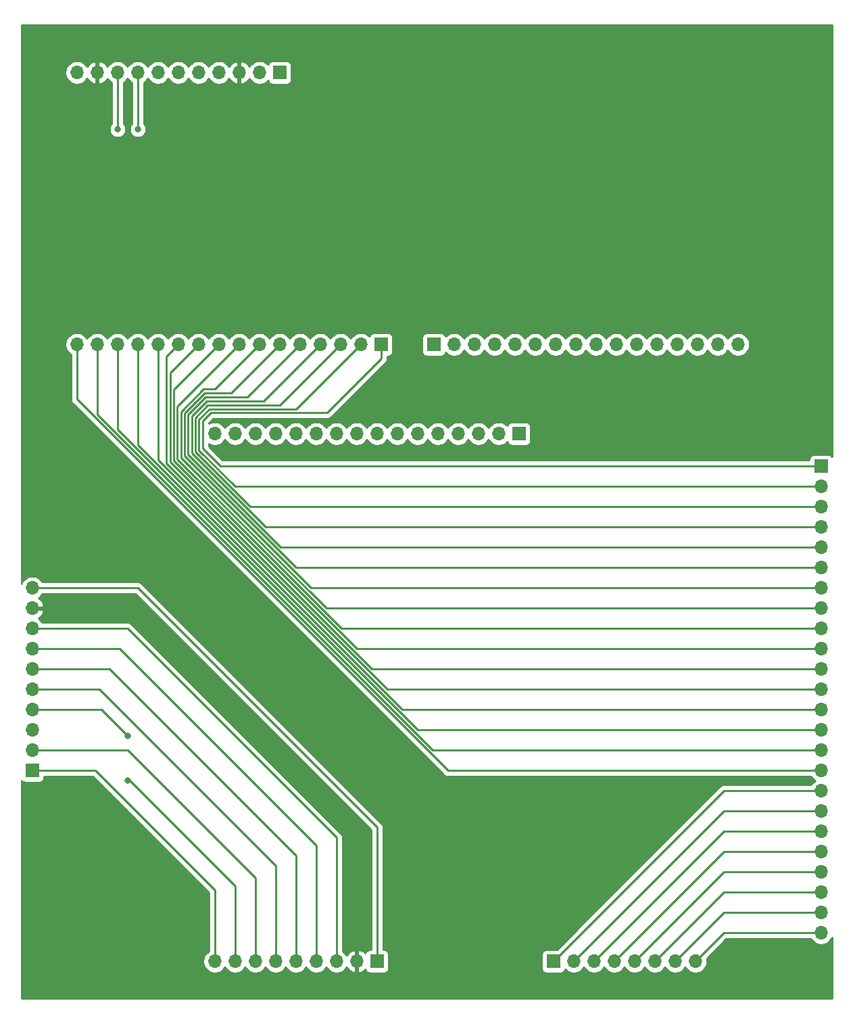
<source format=gbr>
%TF.GenerationSoftware,KiCad,Pcbnew,(5.1.10-1-10_14)*%
%TF.CreationDate,2021-11-08T20:31:17-05:00*%
%TF.ProjectId,RAM-backplane,52414d2d-6261-4636-9b70-6c616e652e6b,rev?*%
%TF.SameCoordinates,Original*%
%TF.FileFunction,Copper,L1,Top*%
%TF.FilePolarity,Positive*%
%FSLAX46Y46*%
G04 Gerber Fmt 4.6, Leading zero omitted, Abs format (unit mm)*
G04 Created by KiCad (PCBNEW (5.1.10-1-10_14)) date 2021-11-08 20:31:17*
%MOMM*%
%LPD*%
G01*
G04 APERTURE LIST*
%TA.AperFunction,ComponentPad*%
%ADD10O,1.700000X1.700000*%
%TD*%
%TA.AperFunction,ComponentPad*%
%ADD11R,1.700000X1.700000*%
%TD*%
%TA.AperFunction,ViaPad*%
%ADD12C,0.800000*%
%TD*%
%TA.AperFunction,Conductor*%
%ADD13C,0.250000*%
%TD*%
%TA.AperFunction,Conductor*%
%ADD14C,0.254000*%
%TD*%
%TA.AperFunction,Conductor*%
%ADD15C,0.100000*%
%TD*%
G04 APERTURE END LIST*
D10*
%TO.P,J7,10*%
%TO.N,VCC*%
X101346000Y-64770000D03*
%TO.P,J7,9*%
%TO.N,~ADDR_OUT*%
X101346000Y-67310000D03*
%TO.P,J7,8*%
%TO.N,~WE*%
X101346000Y-69850000D03*
%TO.P,J7,7*%
%TO.N,~OE*%
X101346000Y-72390000D03*
%TO.P,J7,6*%
%TO.N,~CS*%
X101346000Y-74930000D03*
%TO.P,J7,5*%
%TO.N,~DS*%
X101346000Y-77470000D03*
%TO.P,J7,4*%
%TO.N,MODE*%
X101346000Y-80010000D03*
%TO.P,J7,3*%
%TO.N,~MAR_IN*%
X101346000Y-82550000D03*
%TO.P,J7,2*%
%TO.N,CLOCK*%
X101346000Y-85090000D03*
D11*
%TO.P,J7,1*%
%TO.N,RESET*%
X101346000Y-87630000D03*
%TD*%
D10*
%TO.P,J4,24*%
%TO.N,Net-(J4-Pad24)*%
X200152000Y-107950000D03*
%TO.P,J4,23*%
%TO.N,Net-(J4-Pad23)*%
X200152000Y-105410000D03*
%TO.P,J4,22*%
%TO.N,Net-(J4-Pad22)*%
X200152000Y-102870000D03*
%TO.P,J4,21*%
%TO.N,Net-(J4-Pad21)*%
X200152000Y-100330000D03*
%TO.P,J4,20*%
%TO.N,Net-(J4-Pad20)*%
X200152000Y-97790000D03*
%TO.P,J4,19*%
%TO.N,Net-(J4-Pad19)*%
X200152000Y-95250000D03*
%TO.P,J4,18*%
%TO.N,Net-(J4-Pad18)*%
X200152000Y-92710000D03*
%TO.P,J4,17*%
%TO.N,Net-(J4-Pad17)*%
X200152000Y-90170000D03*
%TO.P,J4,16*%
%TO.N,Net-(J3-Pad16)*%
X200152000Y-87630000D03*
%TO.P,J4,15*%
%TO.N,Net-(J3-Pad15)*%
X200152000Y-85090000D03*
%TO.P,J4,14*%
%TO.N,Net-(J3-Pad14)*%
X200152000Y-82550000D03*
%TO.P,J4,13*%
%TO.N,Net-(J3-Pad13)*%
X200152000Y-80010000D03*
%TO.P,J4,12*%
%TO.N,Net-(J3-Pad12)*%
X200152000Y-77470000D03*
%TO.P,J4,11*%
%TO.N,Net-(J3-Pad11)*%
X200152000Y-74930000D03*
%TO.P,J4,10*%
%TO.N,Net-(J3-Pad10)*%
X200152000Y-72390000D03*
%TO.P,J4,9*%
%TO.N,Net-(J3-Pad9)*%
X200152000Y-69850000D03*
%TO.P,J4,8*%
%TO.N,Net-(J3-Pad8)*%
X200152000Y-67310000D03*
%TO.P,J4,7*%
%TO.N,Net-(J3-Pad7)*%
X200152000Y-64770000D03*
%TO.P,J4,6*%
%TO.N,Net-(J3-Pad6)*%
X200152000Y-62230000D03*
%TO.P,J4,5*%
%TO.N,Net-(J3-Pad5)*%
X200152000Y-59690000D03*
%TO.P,J4,4*%
%TO.N,Net-(J3-Pad4)*%
X200152000Y-57150000D03*
%TO.P,J4,3*%
%TO.N,Net-(J3-Pad3)*%
X200152000Y-54610000D03*
%TO.P,J4,2*%
%TO.N,Net-(J3-Pad2)*%
X200152000Y-52070000D03*
D11*
%TO.P,J4,1*%
%TO.N,Net-(J3-Pad1)*%
X200152000Y-49530000D03*
%TD*%
D10*
%TO.P,J8,9*%
%TO.N,RESET*%
X124206000Y-111506000D03*
%TO.P,J8,8*%
%TO.N,MODE*%
X126746000Y-111506000D03*
%TO.P,J8,7*%
%TO.N,CLOCK*%
X129286000Y-111506000D03*
%TO.P,J8,6*%
%TO.N,~DS*%
X131826000Y-111506000D03*
%TO.P,J8,5*%
%TO.N,~CS*%
X134366000Y-111506000D03*
%TO.P,J8,4*%
%TO.N,~OE*%
X136906000Y-111506000D03*
%TO.P,J8,3*%
%TO.N,~WE*%
X139446000Y-111506000D03*
%TO.P,J8,2*%
%TO.N,~ADDR_OUT*%
X141986000Y-111506000D03*
D11*
%TO.P,J8,1*%
%TO.N,VCC*%
X144526000Y-111506000D03*
%TD*%
D10*
%TO.P,J5,11*%
%TO.N,VCC*%
X106934000Y-254000D03*
%TO.P,J5,10*%
%TO.N,~ADDR_OUT*%
X109474000Y-254000D03*
%TO.P,J5,9*%
%TO.N,CLOCK*%
X112014000Y-254000D03*
%TO.P,J5,8*%
%TO.N,RESET*%
X114554000Y-254000D03*
%TO.P,J5,7*%
%TO.N,DEC*%
X117094000Y-254000D03*
%TO.P,J5,6*%
%TO.N,INC*%
X119634000Y-254000D03*
%TO.P,J5,5*%
%TO.N,~MAR_IN*%
X122174000Y-254000D03*
%TO.P,J5,4*%
%TO.N,~BUS_OUT*%
X124714000Y-254000D03*
%TO.P,J5,3*%
%TO.N,~ADDR_OUT*%
X127254000Y-254000D03*
%TO.P,J5,2*%
%TO.N,Net-(J5-Pad2)*%
X129794000Y-254000D03*
D11*
%TO.P,J5,1*%
%TO.N,Net-(J5-Pad1)*%
X132334000Y-254000D03*
%TD*%
%TO.P,J3,1*%
%TO.N,Net-(J3-Pad1)*%
X145034000Y-34290000D03*
D10*
%TO.P,J3,2*%
%TO.N,Net-(J3-Pad2)*%
X142494000Y-34290000D03*
%TO.P,J3,3*%
%TO.N,Net-(J3-Pad3)*%
X139954000Y-34290000D03*
%TO.P,J3,4*%
%TO.N,Net-(J3-Pad4)*%
X137414000Y-34290000D03*
%TO.P,J3,5*%
%TO.N,Net-(J3-Pad5)*%
X134874000Y-34290000D03*
%TO.P,J3,6*%
%TO.N,Net-(J3-Pad6)*%
X132334000Y-34290000D03*
%TO.P,J3,7*%
%TO.N,Net-(J3-Pad7)*%
X129794000Y-34290000D03*
%TO.P,J3,8*%
%TO.N,Net-(J3-Pad8)*%
X127254000Y-34290000D03*
%TO.P,J3,9*%
%TO.N,Net-(J3-Pad9)*%
X124714000Y-34290000D03*
%TO.P,J3,10*%
%TO.N,Net-(J3-Pad10)*%
X122174000Y-34290000D03*
%TO.P,J3,11*%
%TO.N,Net-(J3-Pad11)*%
X119634000Y-34290000D03*
%TO.P,J3,12*%
%TO.N,Net-(J3-Pad12)*%
X117094000Y-34290000D03*
%TO.P,J3,13*%
%TO.N,Net-(J3-Pad13)*%
X114554000Y-34290000D03*
%TO.P,J3,14*%
%TO.N,Net-(J3-Pad14)*%
X112014000Y-34290000D03*
%TO.P,J3,15*%
%TO.N,Net-(J3-Pad15)*%
X109474000Y-34290000D03*
%TO.P,J3,16*%
%TO.N,Net-(J3-Pad16)*%
X106934000Y-34290000D03*
%TD*%
%TO.P,J6,8*%
%TO.N,Net-(J4-Pad24)*%
X184404000Y-111506000D03*
%TO.P,J6,7*%
%TO.N,Net-(J4-Pad23)*%
X181864000Y-111506000D03*
%TO.P,J6,6*%
%TO.N,Net-(J4-Pad22)*%
X179324000Y-111506000D03*
%TO.P,J6,5*%
%TO.N,Net-(J4-Pad21)*%
X176784000Y-111506000D03*
%TO.P,J6,4*%
%TO.N,Net-(J4-Pad20)*%
X174244000Y-111506000D03*
%TO.P,J6,3*%
%TO.N,Net-(J4-Pad19)*%
X171704000Y-111506000D03*
%TO.P,J6,2*%
%TO.N,Net-(J4-Pad18)*%
X169164000Y-111506000D03*
D11*
%TO.P,J6,1*%
%TO.N,Net-(J4-Pad17)*%
X166624000Y-111506000D03*
%TD*%
D10*
%TO.P,J2,16*%
%TO.N,Net-(J1-Pad16)*%
X124206000Y-45466000D03*
%TO.P,J2,15*%
%TO.N,Net-(J1-Pad15)*%
X126746000Y-45466000D03*
%TO.P,J2,14*%
%TO.N,Net-(J1-Pad14)*%
X129286000Y-45466000D03*
%TO.P,J2,13*%
%TO.N,Net-(J1-Pad13)*%
X131826000Y-45466000D03*
%TO.P,J2,12*%
%TO.N,Net-(J1-Pad12)*%
X134366000Y-45466000D03*
%TO.P,J2,11*%
%TO.N,Net-(J1-Pad11)*%
X136906000Y-45466000D03*
%TO.P,J2,10*%
%TO.N,Net-(J1-Pad10)*%
X139446000Y-45466000D03*
%TO.P,J2,9*%
%TO.N,Net-(J1-Pad9)*%
X141986000Y-45466000D03*
%TO.P,J2,8*%
%TO.N,Net-(J1-Pad8)*%
X144526000Y-45466000D03*
%TO.P,J2,7*%
%TO.N,Net-(J1-Pad7)*%
X147066000Y-45466000D03*
%TO.P,J2,6*%
%TO.N,Net-(J1-Pad6)*%
X149606000Y-45466000D03*
%TO.P,J2,5*%
%TO.N,Net-(J1-Pad5)*%
X152146000Y-45466000D03*
%TO.P,J2,4*%
%TO.N,Net-(J1-Pad4)*%
X154686000Y-45466000D03*
%TO.P,J2,3*%
%TO.N,Net-(J1-Pad3)*%
X157226000Y-45466000D03*
%TO.P,J2,2*%
%TO.N,Net-(J1-Pad2)*%
X159766000Y-45466000D03*
D11*
%TO.P,J2,1*%
%TO.N,Net-(J1-Pad1)*%
X162306000Y-45466000D03*
%TD*%
D10*
%TO.P,J1,16*%
%TO.N,Net-(J1-Pad16)*%
X189738000Y-34290000D03*
%TO.P,J1,15*%
%TO.N,Net-(J1-Pad15)*%
X187198000Y-34290000D03*
%TO.P,J1,14*%
%TO.N,Net-(J1-Pad14)*%
X184658000Y-34290000D03*
%TO.P,J1,13*%
%TO.N,Net-(J1-Pad13)*%
X182118000Y-34290000D03*
%TO.P,J1,12*%
%TO.N,Net-(J1-Pad12)*%
X179578000Y-34290000D03*
%TO.P,J1,11*%
%TO.N,Net-(J1-Pad11)*%
X177038000Y-34290000D03*
%TO.P,J1,10*%
%TO.N,Net-(J1-Pad10)*%
X174498000Y-34290000D03*
%TO.P,J1,9*%
%TO.N,Net-(J1-Pad9)*%
X171958000Y-34290000D03*
%TO.P,J1,8*%
%TO.N,Net-(J1-Pad8)*%
X169418000Y-34290000D03*
%TO.P,J1,7*%
%TO.N,Net-(J1-Pad7)*%
X166878000Y-34290000D03*
%TO.P,J1,6*%
%TO.N,Net-(J1-Pad6)*%
X164338000Y-34290000D03*
%TO.P,J1,5*%
%TO.N,Net-(J1-Pad5)*%
X161798000Y-34290000D03*
%TO.P,J1,4*%
%TO.N,Net-(J1-Pad4)*%
X159258000Y-34290000D03*
%TO.P,J1,3*%
%TO.N,Net-(J1-Pad3)*%
X156718000Y-34290000D03*
%TO.P,J1,2*%
%TO.N,Net-(J1-Pad2)*%
X154178000Y-34290000D03*
D11*
%TO.P,J1,1*%
%TO.N,Net-(J1-Pad1)*%
X151638000Y-34290000D03*
%TD*%
D12*
%TO.N,RESET*%
X114554000Y-7366000D03*
%TO.N,MODE*%
X113284000Y-88900000D03*
X113284000Y-83312000D03*
%TO.N,CLOCK*%
X112014000Y-7366000D03*
%TD*%
D13*
%TO.N,Net-(J3-Pad16)*%
X200152000Y-87630000D02*
X153416000Y-87630000D01*
X106934000Y-41148000D02*
X106934000Y-34290000D01*
X153416000Y-87630000D02*
X106934000Y-41148000D01*
%TO.N,Net-(J3-Pad15)*%
X109474000Y-34290000D02*
X109474000Y-43051590D01*
X109474000Y-43051590D02*
X151512410Y-85090000D01*
X151512410Y-85090000D02*
X200152000Y-85090000D01*
%TO.N,Net-(J3-Pad14)*%
X200152000Y-82550000D02*
X149608820Y-82550000D01*
X112014000Y-44955180D02*
X112014000Y-34290000D01*
X149608820Y-82550000D02*
X112014000Y-44955180D01*
%TO.N,Net-(J3-Pad13)*%
X114554000Y-46858770D02*
X147705230Y-80010000D01*
X147705230Y-80010000D02*
X198949919Y-80010000D01*
X198949919Y-80010000D02*
X200152000Y-80010000D01*
X114554000Y-34290000D02*
X114554000Y-46858770D01*
%TO.N,Net-(J3-Pad12)*%
X200152000Y-77470000D02*
X145801640Y-77470000D01*
X117094000Y-48762360D02*
X117094000Y-34290000D01*
X145801640Y-77470000D02*
X117094000Y-48762360D01*
%TO.N,Net-(J3-Pad11)*%
X143898050Y-74930000D02*
X198949919Y-74930000D01*
X119634000Y-34290000D02*
X118110000Y-35814000D01*
X118110000Y-49141950D02*
X143898050Y-74930000D01*
X118110000Y-35814000D02*
X118110000Y-49141950D01*
X198949919Y-74930000D02*
X200152000Y-74930000D01*
%TO.N,Net-(J3-Pad10)*%
X122174000Y-34290000D02*
X118618000Y-37846000D01*
X118618000Y-49013540D02*
X141994460Y-72390000D01*
X141994460Y-72390000D02*
X198949919Y-72390000D01*
X198949919Y-72390000D02*
X200152000Y-72390000D01*
X118618000Y-37846000D02*
X118618000Y-49013540D01*
%TO.N,Net-(J3-Pad9)*%
X140090870Y-69850000D02*
X198949919Y-69850000D01*
X119068011Y-39935989D02*
X119068011Y-48827141D01*
X119068011Y-48827141D02*
X140090870Y-69850000D01*
X124714000Y-34290000D02*
X119068011Y-39935989D01*
X198949919Y-69850000D02*
X200152000Y-69850000D01*
%TO.N,Net-(J3-Pad8)*%
X119518022Y-42025978D02*
X126404001Y-35139999D01*
X119518022Y-48640742D02*
X119518022Y-42025978D01*
X200152000Y-67310000D02*
X138187280Y-67310000D01*
X126404001Y-35139999D02*
X127254000Y-34290000D01*
X138187280Y-67310000D02*
X119518022Y-48640742D01*
%TO.N,Net-(J3-Pad7)*%
X122810410Y-39878000D02*
X119968033Y-42720377D01*
X129794000Y-34290000D02*
X124206000Y-39878000D01*
X136283690Y-64770000D02*
X198949919Y-64770000D01*
X119968033Y-48454343D02*
X136283690Y-64770000D01*
X124206000Y-39878000D02*
X122810410Y-39878000D01*
X119968033Y-42720377D02*
X119968033Y-48454343D01*
X198949919Y-64770000D02*
X200152000Y-64770000D01*
%TO.N,Net-(J3-Pad6)*%
X126295989Y-40328011D02*
X132334000Y-34290000D01*
X134380100Y-62230000D02*
X120418044Y-48267944D01*
X122996809Y-40328011D02*
X126295989Y-40328011D01*
X120418044Y-48267944D02*
X120418044Y-42906776D01*
X200152000Y-62230000D02*
X134380100Y-62230000D01*
X120418044Y-42906776D02*
X122996809Y-40328011D01*
%TO.N,Net-(J3-Pad5)*%
X120868055Y-43093175D02*
X120868055Y-48081545D01*
X134874000Y-34290000D02*
X128270000Y-40894000D01*
X123067230Y-40894000D02*
X120868055Y-43093175D01*
X198949919Y-59690000D02*
X200152000Y-59690000D01*
X132476510Y-59690000D02*
X198949919Y-59690000D01*
X120868055Y-48081545D02*
X132476510Y-59690000D01*
X128270000Y-40894000D02*
X123067230Y-40894000D01*
%TO.N,Net-(J3-Pad4)*%
X200152000Y-57150000D02*
X130572920Y-57150000D01*
X121318066Y-47895146D02*
X121318066Y-43279574D01*
X130572920Y-57150000D02*
X121318066Y-47895146D01*
X123195640Y-41402000D02*
X130302000Y-41402000D01*
X130302000Y-41402000D02*
X136564001Y-35139999D01*
X136564001Y-35139999D02*
X137414000Y-34290000D01*
X121318066Y-43279574D02*
X123195640Y-41402000D01*
%TO.N,Net-(J3-Pad3)*%
X121768077Y-43465973D02*
X121768077Y-47708747D01*
X121768077Y-47708747D02*
X128669330Y-54610000D01*
X123324050Y-41910000D02*
X121768077Y-43465973D01*
X132334000Y-41910000D02*
X123324050Y-41910000D01*
X128669330Y-54610000D02*
X198949919Y-54610000D01*
X198949919Y-54610000D02*
X200152000Y-54610000D01*
X139954000Y-34290000D02*
X132334000Y-41910000D01*
%TO.N,Net-(J3-Pad2)*%
X134423989Y-42360011D02*
X123510449Y-42360011D01*
X122218088Y-47522348D02*
X126765740Y-52070000D01*
X122218088Y-43652372D02*
X122218088Y-47522348D01*
X126765740Y-52070000D02*
X200152000Y-52070000D01*
X142494000Y-34290000D02*
X134423989Y-42360011D01*
X123510449Y-42360011D02*
X122218088Y-43652372D01*
%TO.N,Net-(J3-Pad1)*%
X145034000Y-36070822D02*
X138294800Y-42810022D01*
X123696848Y-42810022D02*
X122668099Y-43838771D01*
X138294800Y-42810022D02*
X123696848Y-42810022D01*
X122668099Y-47335949D02*
X124862150Y-49530000D01*
X145034000Y-34290000D02*
X145034000Y-36070822D01*
X124862150Y-49530000D02*
X200152000Y-49530000D01*
X122668099Y-43838771D02*
X122668099Y-47335949D01*
%TO.N,Net-(J4-Pad24)*%
X193548000Y-107950000D02*
X200152000Y-107950000D01*
X187960000Y-107950000D02*
X193548000Y-107950000D01*
X184404000Y-111506000D02*
X187960000Y-107950000D01*
%TO.N,Net-(J4-Pad23)*%
X187960000Y-105410000D02*
X181864000Y-111506000D01*
X200152000Y-105410000D02*
X187960000Y-105410000D01*
%TO.N,Net-(J4-Pad22)*%
X187960000Y-102870000D02*
X200152000Y-102870000D01*
X179324000Y-111506000D02*
X187960000Y-102870000D01*
%TO.N,Net-(J4-Pad21)*%
X187960000Y-100330000D02*
X200152000Y-100330000D01*
X176784000Y-111506000D02*
X187960000Y-100330000D01*
%TO.N,Net-(J4-Pad20)*%
X187960000Y-97790000D02*
X200152000Y-97790000D01*
X174244000Y-111506000D02*
X187960000Y-97790000D01*
%TO.N,Net-(J4-Pad19)*%
X187960000Y-95250000D02*
X200152000Y-95250000D01*
X171704000Y-111506000D02*
X187960000Y-95250000D01*
%TO.N,Net-(J4-Pad18)*%
X187960000Y-92710000D02*
X200152000Y-92710000D01*
X169164000Y-111506000D02*
X187960000Y-92710000D01*
%TO.N,Net-(J4-Pad17)*%
X187960000Y-90170000D02*
X200152000Y-90170000D01*
X166624000Y-111506000D02*
X187960000Y-90170000D01*
%TO.N,RESET*%
X124206000Y-111506000D02*
X124206000Y-102616000D01*
X109220000Y-87630000D02*
X101346000Y-87630000D01*
X124206000Y-102616000D02*
X109220000Y-87630000D01*
X114554000Y-254000D02*
X114554000Y-7366000D01*
%TO.N,MODE*%
X126746000Y-111506000D02*
X126746000Y-102108000D01*
X113538000Y-88900000D02*
X113284000Y-88900000D01*
X126746000Y-102108000D02*
X113538000Y-88900000D01*
X113284000Y-83312000D02*
X109982000Y-80010000D01*
X109982000Y-80010000D02*
X101346000Y-80010000D01*
%TO.N,~DS*%
X131826000Y-111506000D02*
X131826000Y-99568000D01*
X109728000Y-77470000D02*
X101346000Y-77470000D01*
X131826000Y-99568000D02*
X109728000Y-77470000D01*
%TO.N,~CS*%
X134366000Y-111506000D02*
X134366000Y-98298000D01*
X110998000Y-74930000D02*
X101346000Y-74930000D01*
X134366000Y-98298000D02*
X110998000Y-74930000D01*
%TO.N,~OE*%
X136906000Y-111506000D02*
X136906000Y-97028000D01*
X112268000Y-72390000D02*
X101346000Y-72390000D01*
X136906000Y-97028000D02*
X112268000Y-72390000D01*
%TO.N,~WE*%
X139446000Y-111506000D02*
X139446000Y-96012000D01*
X113284000Y-69850000D02*
X101346000Y-69850000D01*
X139446000Y-96012000D02*
X113284000Y-69850000D01*
%TO.N,~ADDR_OUT*%
X141986000Y-95250000D02*
X141986000Y-111506000D01*
X114046000Y-67310000D02*
X141986000Y-95250000D01*
X101346000Y-67310000D02*
X114046000Y-67310000D01*
%TO.N,VCC*%
X144526000Y-111506000D02*
X144526000Y-94742000D01*
X114554000Y-64770000D02*
X101346000Y-64770000D01*
X144526000Y-94742000D02*
X114554000Y-64770000D01*
%TO.N,CLOCK*%
X129286000Y-111506000D02*
X129286000Y-101092000D01*
X113284000Y-85090000D02*
X101346000Y-85090000D01*
X129286000Y-101092000D02*
X113284000Y-85090000D01*
X112014000Y-254000D02*
X112014000Y-7366000D01*
%TD*%
D14*
%TO.N,~ADDR_OUT*%
X201524001Y-48315104D02*
X201453185Y-48228815D01*
X201356494Y-48149463D01*
X201246180Y-48090498D01*
X201126482Y-48054188D01*
X201002000Y-48041928D01*
X199302000Y-48041928D01*
X199177518Y-48054188D01*
X199057820Y-48090498D01*
X198947506Y-48149463D01*
X198850815Y-48228815D01*
X198771463Y-48325506D01*
X198712498Y-48435820D01*
X198676188Y-48555518D01*
X198663928Y-48680000D01*
X198663928Y-48770000D01*
X125176952Y-48770000D01*
X123428099Y-47021148D01*
X123428099Y-46732217D01*
X123502589Y-46781990D01*
X123772842Y-46893932D01*
X124059740Y-46951000D01*
X124352260Y-46951000D01*
X124639158Y-46893932D01*
X124909411Y-46781990D01*
X125152632Y-46619475D01*
X125359475Y-46412632D01*
X125476000Y-46238240D01*
X125592525Y-46412632D01*
X125799368Y-46619475D01*
X126042589Y-46781990D01*
X126312842Y-46893932D01*
X126599740Y-46951000D01*
X126892260Y-46951000D01*
X127179158Y-46893932D01*
X127449411Y-46781990D01*
X127692632Y-46619475D01*
X127899475Y-46412632D01*
X128016000Y-46238240D01*
X128132525Y-46412632D01*
X128339368Y-46619475D01*
X128582589Y-46781990D01*
X128852842Y-46893932D01*
X129139740Y-46951000D01*
X129432260Y-46951000D01*
X129719158Y-46893932D01*
X129989411Y-46781990D01*
X130232632Y-46619475D01*
X130439475Y-46412632D01*
X130556000Y-46238240D01*
X130672525Y-46412632D01*
X130879368Y-46619475D01*
X131122589Y-46781990D01*
X131392842Y-46893932D01*
X131679740Y-46951000D01*
X131972260Y-46951000D01*
X132259158Y-46893932D01*
X132529411Y-46781990D01*
X132772632Y-46619475D01*
X132979475Y-46412632D01*
X133096000Y-46238240D01*
X133212525Y-46412632D01*
X133419368Y-46619475D01*
X133662589Y-46781990D01*
X133932842Y-46893932D01*
X134219740Y-46951000D01*
X134512260Y-46951000D01*
X134799158Y-46893932D01*
X135069411Y-46781990D01*
X135312632Y-46619475D01*
X135519475Y-46412632D01*
X135636000Y-46238240D01*
X135752525Y-46412632D01*
X135959368Y-46619475D01*
X136202589Y-46781990D01*
X136472842Y-46893932D01*
X136759740Y-46951000D01*
X137052260Y-46951000D01*
X137339158Y-46893932D01*
X137609411Y-46781990D01*
X137852632Y-46619475D01*
X138059475Y-46412632D01*
X138176000Y-46238240D01*
X138292525Y-46412632D01*
X138499368Y-46619475D01*
X138742589Y-46781990D01*
X139012842Y-46893932D01*
X139299740Y-46951000D01*
X139592260Y-46951000D01*
X139879158Y-46893932D01*
X140149411Y-46781990D01*
X140392632Y-46619475D01*
X140599475Y-46412632D01*
X140716000Y-46238240D01*
X140832525Y-46412632D01*
X141039368Y-46619475D01*
X141282589Y-46781990D01*
X141552842Y-46893932D01*
X141839740Y-46951000D01*
X142132260Y-46951000D01*
X142419158Y-46893932D01*
X142689411Y-46781990D01*
X142932632Y-46619475D01*
X143139475Y-46412632D01*
X143256000Y-46238240D01*
X143372525Y-46412632D01*
X143579368Y-46619475D01*
X143822589Y-46781990D01*
X144092842Y-46893932D01*
X144379740Y-46951000D01*
X144672260Y-46951000D01*
X144959158Y-46893932D01*
X145229411Y-46781990D01*
X145472632Y-46619475D01*
X145679475Y-46412632D01*
X145796000Y-46238240D01*
X145912525Y-46412632D01*
X146119368Y-46619475D01*
X146362589Y-46781990D01*
X146632842Y-46893932D01*
X146919740Y-46951000D01*
X147212260Y-46951000D01*
X147499158Y-46893932D01*
X147769411Y-46781990D01*
X148012632Y-46619475D01*
X148219475Y-46412632D01*
X148336000Y-46238240D01*
X148452525Y-46412632D01*
X148659368Y-46619475D01*
X148902589Y-46781990D01*
X149172842Y-46893932D01*
X149459740Y-46951000D01*
X149752260Y-46951000D01*
X150039158Y-46893932D01*
X150309411Y-46781990D01*
X150552632Y-46619475D01*
X150759475Y-46412632D01*
X150876000Y-46238240D01*
X150992525Y-46412632D01*
X151199368Y-46619475D01*
X151442589Y-46781990D01*
X151712842Y-46893932D01*
X151999740Y-46951000D01*
X152292260Y-46951000D01*
X152579158Y-46893932D01*
X152849411Y-46781990D01*
X153092632Y-46619475D01*
X153299475Y-46412632D01*
X153416000Y-46238240D01*
X153532525Y-46412632D01*
X153739368Y-46619475D01*
X153982589Y-46781990D01*
X154252842Y-46893932D01*
X154539740Y-46951000D01*
X154832260Y-46951000D01*
X155119158Y-46893932D01*
X155389411Y-46781990D01*
X155632632Y-46619475D01*
X155839475Y-46412632D01*
X155956000Y-46238240D01*
X156072525Y-46412632D01*
X156279368Y-46619475D01*
X156522589Y-46781990D01*
X156792842Y-46893932D01*
X157079740Y-46951000D01*
X157372260Y-46951000D01*
X157659158Y-46893932D01*
X157929411Y-46781990D01*
X158172632Y-46619475D01*
X158379475Y-46412632D01*
X158496000Y-46238240D01*
X158612525Y-46412632D01*
X158819368Y-46619475D01*
X159062589Y-46781990D01*
X159332842Y-46893932D01*
X159619740Y-46951000D01*
X159912260Y-46951000D01*
X160199158Y-46893932D01*
X160469411Y-46781990D01*
X160712632Y-46619475D01*
X160844487Y-46487620D01*
X160866498Y-46560180D01*
X160925463Y-46670494D01*
X161004815Y-46767185D01*
X161101506Y-46846537D01*
X161211820Y-46905502D01*
X161331518Y-46941812D01*
X161456000Y-46954072D01*
X163156000Y-46954072D01*
X163280482Y-46941812D01*
X163400180Y-46905502D01*
X163510494Y-46846537D01*
X163607185Y-46767185D01*
X163686537Y-46670494D01*
X163745502Y-46560180D01*
X163781812Y-46440482D01*
X163794072Y-46316000D01*
X163794072Y-44616000D01*
X163781812Y-44491518D01*
X163745502Y-44371820D01*
X163686537Y-44261506D01*
X163607185Y-44164815D01*
X163510494Y-44085463D01*
X163400180Y-44026498D01*
X163280482Y-43990188D01*
X163156000Y-43977928D01*
X161456000Y-43977928D01*
X161331518Y-43990188D01*
X161211820Y-44026498D01*
X161101506Y-44085463D01*
X161004815Y-44164815D01*
X160925463Y-44261506D01*
X160866498Y-44371820D01*
X160844487Y-44444380D01*
X160712632Y-44312525D01*
X160469411Y-44150010D01*
X160199158Y-44038068D01*
X159912260Y-43981000D01*
X159619740Y-43981000D01*
X159332842Y-44038068D01*
X159062589Y-44150010D01*
X158819368Y-44312525D01*
X158612525Y-44519368D01*
X158496000Y-44693760D01*
X158379475Y-44519368D01*
X158172632Y-44312525D01*
X157929411Y-44150010D01*
X157659158Y-44038068D01*
X157372260Y-43981000D01*
X157079740Y-43981000D01*
X156792842Y-44038068D01*
X156522589Y-44150010D01*
X156279368Y-44312525D01*
X156072525Y-44519368D01*
X155956000Y-44693760D01*
X155839475Y-44519368D01*
X155632632Y-44312525D01*
X155389411Y-44150010D01*
X155119158Y-44038068D01*
X154832260Y-43981000D01*
X154539740Y-43981000D01*
X154252842Y-44038068D01*
X153982589Y-44150010D01*
X153739368Y-44312525D01*
X153532525Y-44519368D01*
X153416000Y-44693760D01*
X153299475Y-44519368D01*
X153092632Y-44312525D01*
X152849411Y-44150010D01*
X152579158Y-44038068D01*
X152292260Y-43981000D01*
X151999740Y-43981000D01*
X151712842Y-44038068D01*
X151442589Y-44150010D01*
X151199368Y-44312525D01*
X150992525Y-44519368D01*
X150876000Y-44693760D01*
X150759475Y-44519368D01*
X150552632Y-44312525D01*
X150309411Y-44150010D01*
X150039158Y-44038068D01*
X149752260Y-43981000D01*
X149459740Y-43981000D01*
X149172842Y-44038068D01*
X148902589Y-44150010D01*
X148659368Y-44312525D01*
X148452525Y-44519368D01*
X148336000Y-44693760D01*
X148219475Y-44519368D01*
X148012632Y-44312525D01*
X147769411Y-44150010D01*
X147499158Y-44038068D01*
X147212260Y-43981000D01*
X146919740Y-43981000D01*
X146632842Y-44038068D01*
X146362589Y-44150010D01*
X146119368Y-44312525D01*
X145912525Y-44519368D01*
X145796000Y-44693760D01*
X145679475Y-44519368D01*
X145472632Y-44312525D01*
X145229411Y-44150010D01*
X144959158Y-44038068D01*
X144672260Y-43981000D01*
X144379740Y-43981000D01*
X144092842Y-44038068D01*
X143822589Y-44150010D01*
X143579368Y-44312525D01*
X143372525Y-44519368D01*
X143256000Y-44693760D01*
X143139475Y-44519368D01*
X142932632Y-44312525D01*
X142689411Y-44150010D01*
X142419158Y-44038068D01*
X142132260Y-43981000D01*
X141839740Y-43981000D01*
X141552842Y-44038068D01*
X141282589Y-44150010D01*
X141039368Y-44312525D01*
X140832525Y-44519368D01*
X140716000Y-44693760D01*
X140599475Y-44519368D01*
X140392632Y-44312525D01*
X140149411Y-44150010D01*
X139879158Y-44038068D01*
X139592260Y-43981000D01*
X139299740Y-43981000D01*
X139012842Y-44038068D01*
X138742589Y-44150010D01*
X138499368Y-44312525D01*
X138292525Y-44519368D01*
X138176000Y-44693760D01*
X138059475Y-44519368D01*
X137852632Y-44312525D01*
X137609411Y-44150010D01*
X137339158Y-44038068D01*
X137052260Y-43981000D01*
X136759740Y-43981000D01*
X136472842Y-44038068D01*
X136202589Y-44150010D01*
X135959368Y-44312525D01*
X135752525Y-44519368D01*
X135636000Y-44693760D01*
X135519475Y-44519368D01*
X135312632Y-44312525D01*
X135069411Y-44150010D01*
X134799158Y-44038068D01*
X134512260Y-43981000D01*
X134219740Y-43981000D01*
X133932842Y-44038068D01*
X133662589Y-44150010D01*
X133419368Y-44312525D01*
X133212525Y-44519368D01*
X133096000Y-44693760D01*
X132979475Y-44519368D01*
X132772632Y-44312525D01*
X132529411Y-44150010D01*
X132259158Y-44038068D01*
X131972260Y-43981000D01*
X131679740Y-43981000D01*
X131392842Y-44038068D01*
X131122589Y-44150010D01*
X130879368Y-44312525D01*
X130672525Y-44519368D01*
X130556000Y-44693760D01*
X130439475Y-44519368D01*
X130232632Y-44312525D01*
X129989411Y-44150010D01*
X129719158Y-44038068D01*
X129432260Y-43981000D01*
X129139740Y-43981000D01*
X128852842Y-44038068D01*
X128582589Y-44150010D01*
X128339368Y-44312525D01*
X128132525Y-44519368D01*
X128016000Y-44693760D01*
X127899475Y-44519368D01*
X127692632Y-44312525D01*
X127449411Y-44150010D01*
X127179158Y-44038068D01*
X126892260Y-43981000D01*
X126599740Y-43981000D01*
X126312842Y-44038068D01*
X126042589Y-44150010D01*
X125799368Y-44312525D01*
X125592525Y-44519368D01*
X125476000Y-44693760D01*
X125359475Y-44519368D01*
X125152632Y-44312525D01*
X124909411Y-44150010D01*
X124639158Y-44038068D01*
X124352260Y-43981000D01*
X124059740Y-43981000D01*
X123772842Y-44038068D01*
X123502589Y-44150010D01*
X123428099Y-44199783D01*
X123428099Y-44153572D01*
X124011650Y-43570022D01*
X138257478Y-43570022D01*
X138294800Y-43573698D01*
X138332122Y-43570022D01*
X138332133Y-43570022D01*
X138443786Y-43559025D01*
X138587047Y-43515568D01*
X138719076Y-43444996D01*
X138834801Y-43350023D01*
X138858604Y-43321019D01*
X145545003Y-36634621D01*
X145574001Y-36610823D01*
X145613247Y-36563002D01*
X145668974Y-36495099D01*
X145739546Y-36363069D01*
X145742297Y-36354001D01*
X145783003Y-36219808D01*
X145794000Y-36108155D01*
X145794000Y-36108146D01*
X145797676Y-36070823D01*
X145794000Y-36033500D01*
X145794000Y-35778072D01*
X145884000Y-35778072D01*
X146008482Y-35765812D01*
X146128180Y-35729502D01*
X146238494Y-35670537D01*
X146335185Y-35591185D01*
X146414537Y-35494494D01*
X146473502Y-35384180D01*
X146509812Y-35264482D01*
X146522072Y-35140000D01*
X146522072Y-33440000D01*
X150149928Y-33440000D01*
X150149928Y-35140000D01*
X150162188Y-35264482D01*
X150198498Y-35384180D01*
X150257463Y-35494494D01*
X150336815Y-35591185D01*
X150433506Y-35670537D01*
X150543820Y-35729502D01*
X150663518Y-35765812D01*
X150788000Y-35778072D01*
X152488000Y-35778072D01*
X152612482Y-35765812D01*
X152732180Y-35729502D01*
X152842494Y-35670537D01*
X152939185Y-35591185D01*
X153018537Y-35494494D01*
X153077502Y-35384180D01*
X153099513Y-35311620D01*
X153231368Y-35443475D01*
X153474589Y-35605990D01*
X153744842Y-35717932D01*
X154031740Y-35775000D01*
X154324260Y-35775000D01*
X154611158Y-35717932D01*
X154881411Y-35605990D01*
X155124632Y-35443475D01*
X155331475Y-35236632D01*
X155448000Y-35062240D01*
X155564525Y-35236632D01*
X155771368Y-35443475D01*
X156014589Y-35605990D01*
X156284842Y-35717932D01*
X156571740Y-35775000D01*
X156864260Y-35775000D01*
X157151158Y-35717932D01*
X157421411Y-35605990D01*
X157664632Y-35443475D01*
X157871475Y-35236632D01*
X157988000Y-35062240D01*
X158104525Y-35236632D01*
X158311368Y-35443475D01*
X158554589Y-35605990D01*
X158824842Y-35717932D01*
X159111740Y-35775000D01*
X159404260Y-35775000D01*
X159691158Y-35717932D01*
X159961411Y-35605990D01*
X160204632Y-35443475D01*
X160411475Y-35236632D01*
X160528000Y-35062240D01*
X160644525Y-35236632D01*
X160851368Y-35443475D01*
X161094589Y-35605990D01*
X161364842Y-35717932D01*
X161651740Y-35775000D01*
X161944260Y-35775000D01*
X162231158Y-35717932D01*
X162501411Y-35605990D01*
X162744632Y-35443475D01*
X162951475Y-35236632D01*
X163068000Y-35062240D01*
X163184525Y-35236632D01*
X163391368Y-35443475D01*
X163634589Y-35605990D01*
X163904842Y-35717932D01*
X164191740Y-35775000D01*
X164484260Y-35775000D01*
X164771158Y-35717932D01*
X165041411Y-35605990D01*
X165284632Y-35443475D01*
X165491475Y-35236632D01*
X165608000Y-35062240D01*
X165724525Y-35236632D01*
X165931368Y-35443475D01*
X166174589Y-35605990D01*
X166444842Y-35717932D01*
X166731740Y-35775000D01*
X167024260Y-35775000D01*
X167311158Y-35717932D01*
X167581411Y-35605990D01*
X167824632Y-35443475D01*
X168031475Y-35236632D01*
X168148000Y-35062240D01*
X168264525Y-35236632D01*
X168471368Y-35443475D01*
X168714589Y-35605990D01*
X168984842Y-35717932D01*
X169271740Y-35775000D01*
X169564260Y-35775000D01*
X169851158Y-35717932D01*
X170121411Y-35605990D01*
X170364632Y-35443475D01*
X170571475Y-35236632D01*
X170688000Y-35062240D01*
X170804525Y-35236632D01*
X171011368Y-35443475D01*
X171254589Y-35605990D01*
X171524842Y-35717932D01*
X171811740Y-35775000D01*
X172104260Y-35775000D01*
X172391158Y-35717932D01*
X172661411Y-35605990D01*
X172904632Y-35443475D01*
X173111475Y-35236632D01*
X173228000Y-35062240D01*
X173344525Y-35236632D01*
X173551368Y-35443475D01*
X173794589Y-35605990D01*
X174064842Y-35717932D01*
X174351740Y-35775000D01*
X174644260Y-35775000D01*
X174931158Y-35717932D01*
X175201411Y-35605990D01*
X175444632Y-35443475D01*
X175651475Y-35236632D01*
X175768000Y-35062240D01*
X175884525Y-35236632D01*
X176091368Y-35443475D01*
X176334589Y-35605990D01*
X176604842Y-35717932D01*
X176891740Y-35775000D01*
X177184260Y-35775000D01*
X177471158Y-35717932D01*
X177741411Y-35605990D01*
X177984632Y-35443475D01*
X178191475Y-35236632D01*
X178308000Y-35062240D01*
X178424525Y-35236632D01*
X178631368Y-35443475D01*
X178874589Y-35605990D01*
X179144842Y-35717932D01*
X179431740Y-35775000D01*
X179724260Y-35775000D01*
X180011158Y-35717932D01*
X180281411Y-35605990D01*
X180524632Y-35443475D01*
X180731475Y-35236632D01*
X180848000Y-35062240D01*
X180964525Y-35236632D01*
X181171368Y-35443475D01*
X181414589Y-35605990D01*
X181684842Y-35717932D01*
X181971740Y-35775000D01*
X182264260Y-35775000D01*
X182551158Y-35717932D01*
X182821411Y-35605990D01*
X183064632Y-35443475D01*
X183271475Y-35236632D01*
X183388000Y-35062240D01*
X183504525Y-35236632D01*
X183711368Y-35443475D01*
X183954589Y-35605990D01*
X184224842Y-35717932D01*
X184511740Y-35775000D01*
X184804260Y-35775000D01*
X185091158Y-35717932D01*
X185361411Y-35605990D01*
X185604632Y-35443475D01*
X185811475Y-35236632D01*
X185928000Y-35062240D01*
X186044525Y-35236632D01*
X186251368Y-35443475D01*
X186494589Y-35605990D01*
X186764842Y-35717932D01*
X187051740Y-35775000D01*
X187344260Y-35775000D01*
X187631158Y-35717932D01*
X187901411Y-35605990D01*
X188144632Y-35443475D01*
X188351475Y-35236632D01*
X188468000Y-35062240D01*
X188584525Y-35236632D01*
X188791368Y-35443475D01*
X189034589Y-35605990D01*
X189304842Y-35717932D01*
X189591740Y-35775000D01*
X189884260Y-35775000D01*
X190171158Y-35717932D01*
X190441411Y-35605990D01*
X190684632Y-35443475D01*
X190891475Y-35236632D01*
X191053990Y-34993411D01*
X191165932Y-34723158D01*
X191223000Y-34436260D01*
X191223000Y-34143740D01*
X191165932Y-33856842D01*
X191053990Y-33586589D01*
X190891475Y-33343368D01*
X190684632Y-33136525D01*
X190441411Y-32974010D01*
X190171158Y-32862068D01*
X189884260Y-32805000D01*
X189591740Y-32805000D01*
X189304842Y-32862068D01*
X189034589Y-32974010D01*
X188791368Y-33136525D01*
X188584525Y-33343368D01*
X188468000Y-33517760D01*
X188351475Y-33343368D01*
X188144632Y-33136525D01*
X187901411Y-32974010D01*
X187631158Y-32862068D01*
X187344260Y-32805000D01*
X187051740Y-32805000D01*
X186764842Y-32862068D01*
X186494589Y-32974010D01*
X186251368Y-33136525D01*
X186044525Y-33343368D01*
X185928000Y-33517760D01*
X185811475Y-33343368D01*
X185604632Y-33136525D01*
X185361411Y-32974010D01*
X185091158Y-32862068D01*
X184804260Y-32805000D01*
X184511740Y-32805000D01*
X184224842Y-32862068D01*
X183954589Y-32974010D01*
X183711368Y-33136525D01*
X183504525Y-33343368D01*
X183388000Y-33517760D01*
X183271475Y-33343368D01*
X183064632Y-33136525D01*
X182821411Y-32974010D01*
X182551158Y-32862068D01*
X182264260Y-32805000D01*
X181971740Y-32805000D01*
X181684842Y-32862068D01*
X181414589Y-32974010D01*
X181171368Y-33136525D01*
X180964525Y-33343368D01*
X180848000Y-33517760D01*
X180731475Y-33343368D01*
X180524632Y-33136525D01*
X180281411Y-32974010D01*
X180011158Y-32862068D01*
X179724260Y-32805000D01*
X179431740Y-32805000D01*
X179144842Y-32862068D01*
X178874589Y-32974010D01*
X178631368Y-33136525D01*
X178424525Y-33343368D01*
X178308000Y-33517760D01*
X178191475Y-33343368D01*
X177984632Y-33136525D01*
X177741411Y-32974010D01*
X177471158Y-32862068D01*
X177184260Y-32805000D01*
X176891740Y-32805000D01*
X176604842Y-32862068D01*
X176334589Y-32974010D01*
X176091368Y-33136525D01*
X175884525Y-33343368D01*
X175768000Y-33517760D01*
X175651475Y-33343368D01*
X175444632Y-33136525D01*
X175201411Y-32974010D01*
X174931158Y-32862068D01*
X174644260Y-32805000D01*
X174351740Y-32805000D01*
X174064842Y-32862068D01*
X173794589Y-32974010D01*
X173551368Y-33136525D01*
X173344525Y-33343368D01*
X173228000Y-33517760D01*
X173111475Y-33343368D01*
X172904632Y-33136525D01*
X172661411Y-32974010D01*
X172391158Y-32862068D01*
X172104260Y-32805000D01*
X171811740Y-32805000D01*
X171524842Y-32862068D01*
X171254589Y-32974010D01*
X171011368Y-33136525D01*
X170804525Y-33343368D01*
X170688000Y-33517760D01*
X170571475Y-33343368D01*
X170364632Y-33136525D01*
X170121411Y-32974010D01*
X169851158Y-32862068D01*
X169564260Y-32805000D01*
X169271740Y-32805000D01*
X168984842Y-32862068D01*
X168714589Y-32974010D01*
X168471368Y-33136525D01*
X168264525Y-33343368D01*
X168148000Y-33517760D01*
X168031475Y-33343368D01*
X167824632Y-33136525D01*
X167581411Y-32974010D01*
X167311158Y-32862068D01*
X167024260Y-32805000D01*
X166731740Y-32805000D01*
X166444842Y-32862068D01*
X166174589Y-32974010D01*
X165931368Y-33136525D01*
X165724525Y-33343368D01*
X165608000Y-33517760D01*
X165491475Y-33343368D01*
X165284632Y-33136525D01*
X165041411Y-32974010D01*
X164771158Y-32862068D01*
X164484260Y-32805000D01*
X164191740Y-32805000D01*
X163904842Y-32862068D01*
X163634589Y-32974010D01*
X163391368Y-33136525D01*
X163184525Y-33343368D01*
X163068000Y-33517760D01*
X162951475Y-33343368D01*
X162744632Y-33136525D01*
X162501411Y-32974010D01*
X162231158Y-32862068D01*
X161944260Y-32805000D01*
X161651740Y-32805000D01*
X161364842Y-32862068D01*
X161094589Y-32974010D01*
X160851368Y-33136525D01*
X160644525Y-33343368D01*
X160528000Y-33517760D01*
X160411475Y-33343368D01*
X160204632Y-33136525D01*
X159961411Y-32974010D01*
X159691158Y-32862068D01*
X159404260Y-32805000D01*
X159111740Y-32805000D01*
X158824842Y-32862068D01*
X158554589Y-32974010D01*
X158311368Y-33136525D01*
X158104525Y-33343368D01*
X157988000Y-33517760D01*
X157871475Y-33343368D01*
X157664632Y-33136525D01*
X157421411Y-32974010D01*
X157151158Y-32862068D01*
X156864260Y-32805000D01*
X156571740Y-32805000D01*
X156284842Y-32862068D01*
X156014589Y-32974010D01*
X155771368Y-33136525D01*
X155564525Y-33343368D01*
X155448000Y-33517760D01*
X155331475Y-33343368D01*
X155124632Y-33136525D01*
X154881411Y-32974010D01*
X154611158Y-32862068D01*
X154324260Y-32805000D01*
X154031740Y-32805000D01*
X153744842Y-32862068D01*
X153474589Y-32974010D01*
X153231368Y-33136525D01*
X153099513Y-33268380D01*
X153077502Y-33195820D01*
X153018537Y-33085506D01*
X152939185Y-32988815D01*
X152842494Y-32909463D01*
X152732180Y-32850498D01*
X152612482Y-32814188D01*
X152488000Y-32801928D01*
X150788000Y-32801928D01*
X150663518Y-32814188D01*
X150543820Y-32850498D01*
X150433506Y-32909463D01*
X150336815Y-32988815D01*
X150257463Y-33085506D01*
X150198498Y-33195820D01*
X150162188Y-33315518D01*
X150149928Y-33440000D01*
X146522072Y-33440000D01*
X146509812Y-33315518D01*
X146473502Y-33195820D01*
X146414537Y-33085506D01*
X146335185Y-32988815D01*
X146238494Y-32909463D01*
X146128180Y-32850498D01*
X146008482Y-32814188D01*
X145884000Y-32801928D01*
X144184000Y-32801928D01*
X144059518Y-32814188D01*
X143939820Y-32850498D01*
X143829506Y-32909463D01*
X143732815Y-32988815D01*
X143653463Y-33085506D01*
X143594498Y-33195820D01*
X143572487Y-33268380D01*
X143440632Y-33136525D01*
X143197411Y-32974010D01*
X142927158Y-32862068D01*
X142640260Y-32805000D01*
X142347740Y-32805000D01*
X142060842Y-32862068D01*
X141790589Y-32974010D01*
X141547368Y-33136525D01*
X141340525Y-33343368D01*
X141224000Y-33517760D01*
X141107475Y-33343368D01*
X140900632Y-33136525D01*
X140657411Y-32974010D01*
X140387158Y-32862068D01*
X140100260Y-32805000D01*
X139807740Y-32805000D01*
X139520842Y-32862068D01*
X139250589Y-32974010D01*
X139007368Y-33136525D01*
X138800525Y-33343368D01*
X138684000Y-33517760D01*
X138567475Y-33343368D01*
X138360632Y-33136525D01*
X138117411Y-32974010D01*
X137847158Y-32862068D01*
X137560260Y-32805000D01*
X137267740Y-32805000D01*
X136980842Y-32862068D01*
X136710589Y-32974010D01*
X136467368Y-33136525D01*
X136260525Y-33343368D01*
X136144000Y-33517760D01*
X136027475Y-33343368D01*
X135820632Y-33136525D01*
X135577411Y-32974010D01*
X135307158Y-32862068D01*
X135020260Y-32805000D01*
X134727740Y-32805000D01*
X134440842Y-32862068D01*
X134170589Y-32974010D01*
X133927368Y-33136525D01*
X133720525Y-33343368D01*
X133604000Y-33517760D01*
X133487475Y-33343368D01*
X133280632Y-33136525D01*
X133037411Y-32974010D01*
X132767158Y-32862068D01*
X132480260Y-32805000D01*
X132187740Y-32805000D01*
X131900842Y-32862068D01*
X131630589Y-32974010D01*
X131387368Y-33136525D01*
X131180525Y-33343368D01*
X131064000Y-33517760D01*
X130947475Y-33343368D01*
X130740632Y-33136525D01*
X130497411Y-32974010D01*
X130227158Y-32862068D01*
X129940260Y-32805000D01*
X129647740Y-32805000D01*
X129360842Y-32862068D01*
X129090589Y-32974010D01*
X128847368Y-33136525D01*
X128640525Y-33343368D01*
X128524000Y-33517760D01*
X128407475Y-33343368D01*
X128200632Y-33136525D01*
X127957411Y-32974010D01*
X127687158Y-32862068D01*
X127400260Y-32805000D01*
X127107740Y-32805000D01*
X126820842Y-32862068D01*
X126550589Y-32974010D01*
X126307368Y-33136525D01*
X126100525Y-33343368D01*
X125984000Y-33517760D01*
X125867475Y-33343368D01*
X125660632Y-33136525D01*
X125417411Y-32974010D01*
X125147158Y-32862068D01*
X124860260Y-32805000D01*
X124567740Y-32805000D01*
X124280842Y-32862068D01*
X124010589Y-32974010D01*
X123767368Y-33136525D01*
X123560525Y-33343368D01*
X123444000Y-33517760D01*
X123327475Y-33343368D01*
X123120632Y-33136525D01*
X122877411Y-32974010D01*
X122607158Y-32862068D01*
X122320260Y-32805000D01*
X122027740Y-32805000D01*
X121740842Y-32862068D01*
X121470589Y-32974010D01*
X121227368Y-33136525D01*
X121020525Y-33343368D01*
X120904000Y-33517760D01*
X120787475Y-33343368D01*
X120580632Y-33136525D01*
X120337411Y-32974010D01*
X120067158Y-32862068D01*
X119780260Y-32805000D01*
X119487740Y-32805000D01*
X119200842Y-32862068D01*
X118930589Y-32974010D01*
X118687368Y-33136525D01*
X118480525Y-33343368D01*
X118364000Y-33517760D01*
X118247475Y-33343368D01*
X118040632Y-33136525D01*
X117797411Y-32974010D01*
X117527158Y-32862068D01*
X117240260Y-32805000D01*
X116947740Y-32805000D01*
X116660842Y-32862068D01*
X116390589Y-32974010D01*
X116147368Y-33136525D01*
X115940525Y-33343368D01*
X115824000Y-33517760D01*
X115707475Y-33343368D01*
X115500632Y-33136525D01*
X115257411Y-32974010D01*
X114987158Y-32862068D01*
X114700260Y-32805000D01*
X114407740Y-32805000D01*
X114120842Y-32862068D01*
X113850589Y-32974010D01*
X113607368Y-33136525D01*
X113400525Y-33343368D01*
X113284000Y-33517760D01*
X113167475Y-33343368D01*
X112960632Y-33136525D01*
X112717411Y-32974010D01*
X112447158Y-32862068D01*
X112160260Y-32805000D01*
X111867740Y-32805000D01*
X111580842Y-32862068D01*
X111310589Y-32974010D01*
X111067368Y-33136525D01*
X110860525Y-33343368D01*
X110744000Y-33517760D01*
X110627475Y-33343368D01*
X110420632Y-33136525D01*
X110177411Y-32974010D01*
X109907158Y-32862068D01*
X109620260Y-32805000D01*
X109327740Y-32805000D01*
X109040842Y-32862068D01*
X108770589Y-32974010D01*
X108527368Y-33136525D01*
X108320525Y-33343368D01*
X108204000Y-33517760D01*
X108087475Y-33343368D01*
X107880632Y-33136525D01*
X107637411Y-32974010D01*
X107367158Y-32862068D01*
X107080260Y-32805000D01*
X106787740Y-32805000D01*
X106500842Y-32862068D01*
X106230589Y-32974010D01*
X105987368Y-33136525D01*
X105780525Y-33343368D01*
X105618010Y-33586589D01*
X105506068Y-33856842D01*
X105449000Y-34143740D01*
X105449000Y-34436260D01*
X105506068Y-34723158D01*
X105618010Y-34993411D01*
X105780525Y-35236632D01*
X105987368Y-35443475D01*
X106174001Y-35568179D01*
X106174000Y-41110677D01*
X106170324Y-41148000D01*
X106174000Y-41185322D01*
X106174000Y-41185332D01*
X106184997Y-41296985D01*
X106226560Y-41434001D01*
X106228454Y-41440246D01*
X106299026Y-41572276D01*
X106321788Y-41600011D01*
X106393999Y-41688001D01*
X106423003Y-41711804D01*
X152852200Y-88141002D01*
X152875999Y-88170001D01*
X152991724Y-88264974D01*
X153123753Y-88335546D01*
X153267014Y-88379003D01*
X153378667Y-88390000D01*
X153378677Y-88390000D01*
X153416000Y-88393676D01*
X153453323Y-88390000D01*
X198873822Y-88390000D01*
X198998525Y-88576632D01*
X199205368Y-88783475D01*
X199379760Y-88900000D01*
X199205368Y-89016525D01*
X198998525Y-89223368D01*
X198873822Y-89410000D01*
X187997333Y-89410000D01*
X187960000Y-89406323D01*
X187922667Y-89410000D01*
X187811014Y-89420997D01*
X187667753Y-89464454D01*
X187535724Y-89535026D01*
X187419999Y-89629999D01*
X187396201Y-89658997D01*
X167037271Y-110017928D01*
X165774000Y-110017928D01*
X165649518Y-110030188D01*
X165529820Y-110066498D01*
X165419506Y-110125463D01*
X165322815Y-110204815D01*
X165243463Y-110301506D01*
X165184498Y-110411820D01*
X165148188Y-110531518D01*
X165135928Y-110656000D01*
X165135928Y-112356000D01*
X165148188Y-112480482D01*
X165184498Y-112600180D01*
X165243463Y-112710494D01*
X165322815Y-112807185D01*
X165419506Y-112886537D01*
X165529820Y-112945502D01*
X165649518Y-112981812D01*
X165774000Y-112994072D01*
X167474000Y-112994072D01*
X167598482Y-112981812D01*
X167718180Y-112945502D01*
X167828494Y-112886537D01*
X167925185Y-112807185D01*
X168004537Y-112710494D01*
X168063502Y-112600180D01*
X168085513Y-112527620D01*
X168217368Y-112659475D01*
X168460589Y-112821990D01*
X168730842Y-112933932D01*
X169017740Y-112991000D01*
X169310260Y-112991000D01*
X169597158Y-112933932D01*
X169867411Y-112821990D01*
X170110632Y-112659475D01*
X170317475Y-112452632D01*
X170434000Y-112278240D01*
X170550525Y-112452632D01*
X170757368Y-112659475D01*
X171000589Y-112821990D01*
X171270842Y-112933932D01*
X171557740Y-112991000D01*
X171850260Y-112991000D01*
X172137158Y-112933932D01*
X172407411Y-112821990D01*
X172650632Y-112659475D01*
X172857475Y-112452632D01*
X172974000Y-112278240D01*
X173090525Y-112452632D01*
X173297368Y-112659475D01*
X173540589Y-112821990D01*
X173810842Y-112933932D01*
X174097740Y-112991000D01*
X174390260Y-112991000D01*
X174677158Y-112933932D01*
X174947411Y-112821990D01*
X175190632Y-112659475D01*
X175397475Y-112452632D01*
X175514000Y-112278240D01*
X175630525Y-112452632D01*
X175837368Y-112659475D01*
X176080589Y-112821990D01*
X176350842Y-112933932D01*
X176637740Y-112991000D01*
X176930260Y-112991000D01*
X177217158Y-112933932D01*
X177487411Y-112821990D01*
X177730632Y-112659475D01*
X177937475Y-112452632D01*
X178054000Y-112278240D01*
X178170525Y-112452632D01*
X178377368Y-112659475D01*
X178620589Y-112821990D01*
X178890842Y-112933932D01*
X179177740Y-112991000D01*
X179470260Y-112991000D01*
X179757158Y-112933932D01*
X180027411Y-112821990D01*
X180270632Y-112659475D01*
X180477475Y-112452632D01*
X180594000Y-112278240D01*
X180710525Y-112452632D01*
X180917368Y-112659475D01*
X181160589Y-112821990D01*
X181430842Y-112933932D01*
X181717740Y-112991000D01*
X182010260Y-112991000D01*
X182297158Y-112933932D01*
X182567411Y-112821990D01*
X182810632Y-112659475D01*
X183017475Y-112452632D01*
X183134000Y-112278240D01*
X183250525Y-112452632D01*
X183457368Y-112659475D01*
X183700589Y-112821990D01*
X183970842Y-112933932D01*
X184257740Y-112991000D01*
X184550260Y-112991000D01*
X184837158Y-112933932D01*
X185107411Y-112821990D01*
X185350632Y-112659475D01*
X185557475Y-112452632D01*
X185719990Y-112209411D01*
X185831932Y-111939158D01*
X185889000Y-111652260D01*
X185889000Y-111359740D01*
X185845210Y-111139592D01*
X188274803Y-108710000D01*
X198873822Y-108710000D01*
X198998525Y-108896632D01*
X199205368Y-109103475D01*
X199448589Y-109265990D01*
X199718842Y-109377932D01*
X200005740Y-109435000D01*
X200298260Y-109435000D01*
X200585158Y-109377932D01*
X200855411Y-109265990D01*
X201098632Y-109103475D01*
X201305475Y-108896632D01*
X201467990Y-108653411D01*
X201524000Y-108518190D01*
X201524000Y-116180000D01*
X99974000Y-116180000D01*
X99974000Y-88844896D01*
X100044815Y-88931185D01*
X100141506Y-89010537D01*
X100251820Y-89069502D01*
X100371518Y-89105812D01*
X100496000Y-89118072D01*
X102196000Y-89118072D01*
X102320482Y-89105812D01*
X102440180Y-89069502D01*
X102550494Y-89010537D01*
X102647185Y-88931185D01*
X102726537Y-88834494D01*
X102785502Y-88724180D01*
X102821812Y-88604482D01*
X102834072Y-88480000D01*
X102834072Y-88390000D01*
X108905199Y-88390000D01*
X123446001Y-102930804D01*
X123446000Y-110227821D01*
X123259368Y-110352525D01*
X123052525Y-110559368D01*
X122890010Y-110802589D01*
X122778068Y-111072842D01*
X122721000Y-111359740D01*
X122721000Y-111652260D01*
X122778068Y-111939158D01*
X122890010Y-112209411D01*
X123052525Y-112452632D01*
X123259368Y-112659475D01*
X123502589Y-112821990D01*
X123772842Y-112933932D01*
X124059740Y-112991000D01*
X124352260Y-112991000D01*
X124639158Y-112933932D01*
X124909411Y-112821990D01*
X125152632Y-112659475D01*
X125359475Y-112452632D01*
X125476000Y-112278240D01*
X125592525Y-112452632D01*
X125799368Y-112659475D01*
X126042589Y-112821990D01*
X126312842Y-112933932D01*
X126599740Y-112991000D01*
X126892260Y-112991000D01*
X127179158Y-112933932D01*
X127449411Y-112821990D01*
X127692632Y-112659475D01*
X127899475Y-112452632D01*
X128016000Y-112278240D01*
X128132525Y-112452632D01*
X128339368Y-112659475D01*
X128582589Y-112821990D01*
X128852842Y-112933932D01*
X129139740Y-112991000D01*
X129432260Y-112991000D01*
X129719158Y-112933932D01*
X129989411Y-112821990D01*
X130232632Y-112659475D01*
X130439475Y-112452632D01*
X130556000Y-112278240D01*
X130672525Y-112452632D01*
X130879368Y-112659475D01*
X131122589Y-112821990D01*
X131392842Y-112933932D01*
X131679740Y-112991000D01*
X131972260Y-112991000D01*
X132259158Y-112933932D01*
X132529411Y-112821990D01*
X132772632Y-112659475D01*
X132979475Y-112452632D01*
X133096000Y-112278240D01*
X133212525Y-112452632D01*
X133419368Y-112659475D01*
X133662589Y-112821990D01*
X133932842Y-112933932D01*
X134219740Y-112991000D01*
X134512260Y-112991000D01*
X134799158Y-112933932D01*
X135069411Y-112821990D01*
X135312632Y-112659475D01*
X135519475Y-112452632D01*
X135636000Y-112278240D01*
X135752525Y-112452632D01*
X135959368Y-112659475D01*
X136202589Y-112821990D01*
X136472842Y-112933932D01*
X136759740Y-112991000D01*
X137052260Y-112991000D01*
X137339158Y-112933932D01*
X137609411Y-112821990D01*
X137852632Y-112659475D01*
X138059475Y-112452632D01*
X138176000Y-112278240D01*
X138292525Y-112452632D01*
X138499368Y-112659475D01*
X138742589Y-112821990D01*
X139012842Y-112933932D01*
X139299740Y-112991000D01*
X139592260Y-112991000D01*
X139879158Y-112933932D01*
X140149411Y-112821990D01*
X140392632Y-112659475D01*
X140599475Y-112452632D01*
X140721195Y-112270466D01*
X140790822Y-112387355D01*
X140985731Y-112603588D01*
X141219080Y-112777641D01*
X141481901Y-112902825D01*
X141629110Y-112947476D01*
X141859000Y-112826155D01*
X141859000Y-111633000D01*
X141839000Y-111633000D01*
X141839000Y-111379000D01*
X141859000Y-111379000D01*
X141859000Y-110185845D01*
X141629110Y-110064524D01*
X141481901Y-110109175D01*
X141219080Y-110234359D01*
X140985731Y-110408412D01*
X140790822Y-110624645D01*
X140721195Y-110741534D01*
X140599475Y-110559368D01*
X140392632Y-110352525D01*
X140206000Y-110227822D01*
X140206000Y-96049322D01*
X140209676Y-96011999D01*
X140206000Y-95974676D01*
X140206000Y-95974667D01*
X140195003Y-95863014D01*
X140151546Y-95719753D01*
X140080974Y-95587724D01*
X139986001Y-95471999D01*
X139957003Y-95448201D01*
X113847804Y-69339003D01*
X113824001Y-69309999D01*
X113708276Y-69215026D01*
X113576247Y-69144454D01*
X113432986Y-69100997D01*
X113321333Y-69090000D01*
X113321322Y-69090000D01*
X113284000Y-69086324D01*
X113246678Y-69090000D01*
X102624178Y-69090000D01*
X102499475Y-68903368D01*
X102292632Y-68696525D01*
X102110466Y-68574805D01*
X102227355Y-68505178D01*
X102443588Y-68310269D01*
X102617641Y-68076920D01*
X102742825Y-67814099D01*
X102787476Y-67666890D01*
X102666155Y-67437000D01*
X101473000Y-67437000D01*
X101473000Y-67457000D01*
X101219000Y-67457000D01*
X101219000Y-67437000D01*
X101199000Y-67437000D01*
X101199000Y-67183000D01*
X101219000Y-67183000D01*
X101219000Y-67163000D01*
X101473000Y-67163000D01*
X101473000Y-67183000D01*
X102666155Y-67183000D01*
X102787476Y-66953110D01*
X102742825Y-66805901D01*
X102617641Y-66543080D01*
X102443588Y-66309731D01*
X102227355Y-66114822D01*
X102110466Y-66045195D01*
X102292632Y-65923475D01*
X102499475Y-65716632D01*
X102624178Y-65530000D01*
X114239199Y-65530000D01*
X143766001Y-95056803D01*
X143766000Y-110017928D01*
X143676000Y-110017928D01*
X143551518Y-110030188D01*
X143431820Y-110066498D01*
X143321506Y-110125463D01*
X143224815Y-110204815D01*
X143145463Y-110301506D01*
X143086498Y-110411820D01*
X143062034Y-110492466D01*
X142986269Y-110408412D01*
X142752920Y-110234359D01*
X142490099Y-110109175D01*
X142342890Y-110064524D01*
X142113000Y-110185845D01*
X142113000Y-111379000D01*
X142133000Y-111379000D01*
X142133000Y-111633000D01*
X142113000Y-111633000D01*
X142113000Y-112826155D01*
X142342890Y-112947476D01*
X142490099Y-112902825D01*
X142752920Y-112777641D01*
X142986269Y-112603588D01*
X143062034Y-112519534D01*
X143086498Y-112600180D01*
X143145463Y-112710494D01*
X143224815Y-112807185D01*
X143321506Y-112886537D01*
X143431820Y-112945502D01*
X143551518Y-112981812D01*
X143676000Y-112994072D01*
X145376000Y-112994072D01*
X145500482Y-112981812D01*
X145620180Y-112945502D01*
X145730494Y-112886537D01*
X145827185Y-112807185D01*
X145906537Y-112710494D01*
X145965502Y-112600180D01*
X146001812Y-112480482D01*
X146014072Y-112356000D01*
X146014072Y-110656000D01*
X146001812Y-110531518D01*
X145965502Y-110411820D01*
X145906537Y-110301506D01*
X145827185Y-110204815D01*
X145730494Y-110125463D01*
X145620180Y-110066498D01*
X145500482Y-110030188D01*
X145376000Y-110017928D01*
X145286000Y-110017928D01*
X145286000Y-94779323D01*
X145289676Y-94742000D01*
X145286000Y-94704677D01*
X145286000Y-94704667D01*
X145275003Y-94593014D01*
X145231546Y-94449753D01*
X145160974Y-94317723D01*
X145089799Y-94230997D01*
X145066001Y-94201999D01*
X145037003Y-94178201D01*
X115117804Y-64259003D01*
X115094001Y-64229999D01*
X114978276Y-64135026D01*
X114846247Y-64064454D01*
X114702986Y-64020997D01*
X114591333Y-64010000D01*
X114591322Y-64010000D01*
X114554000Y-64006324D01*
X114516678Y-64010000D01*
X102624178Y-64010000D01*
X102499475Y-63823368D01*
X102292632Y-63616525D01*
X102049411Y-63454010D01*
X101779158Y-63342068D01*
X101492260Y-63285000D01*
X101199740Y-63285000D01*
X100912842Y-63342068D01*
X100642589Y-63454010D01*
X100399368Y-63616525D01*
X100192525Y-63823368D01*
X100030010Y-64066589D01*
X99974000Y-64201810D01*
X99974000Y-107740D01*
X105449000Y-107740D01*
X105449000Y-400260D01*
X105506068Y-687158D01*
X105618010Y-957411D01*
X105780525Y-1200632D01*
X105987368Y-1407475D01*
X106230589Y-1569990D01*
X106500842Y-1681932D01*
X106787740Y-1739000D01*
X107080260Y-1739000D01*
X107367158Y-1681932D01*
X107637411Y-1569990D01*
X107880632Y-1407475D01*
X108087475Y-1200632D01*
X108209195Y-1018466D01*
X108278822Y-1135355D01*
X108473731Y-1351588D01*
X108707080Y-1525641D01*
X108969901Y-1650825D01*
X109117110Y-1695476D01*
X109347000Y-1574155D01*
X109347000Y-381000D01*
X109327000Y-381000D01*
X109327000Y-127000D01*
X109347000Y-127000D01*
X109347000Y1066155D01*
X109601000Y1066155D01*
X109601000Y-127000D01*
X109621000Y-127000D01*
X109621000Y-381000D01*
X109601000Y-381000D01*
X109601000Y-1574155D01*
X109830890Y-1695476D01*
X109978099Y-1650825D01*
X110240920Y-1525641D01*
X110474269Y-1351588D01*
X110669178Y-1135355D01*
X110738805Y-1018466D01*
X110860525Y-1200632D01*
X111067368Y-1407475D01*
X111254000Y-1532179D01*
X111254001Y-6662288D01*
X111210063Y-6706226D01*
X111096795Y-6875744D01*
X111018774Y-7064102D01*
X110979000Y-7264061D01*
X110979000Y-7467939D01*
X111018774Y-7667898D01*
X111096795Y-7856256D01*
X111210063Y-8025774D01*
X111354226Y-8169937D01*
X111523744Y-8283205D01*
X111712102Y-8361226D01*
X111912061Y-8401000D01*
X112115939Y-8401000D01*
X112315898Y-8361226D01*
X112504256Y-8283205D01*
X112673774Y-8169937D01*
X112817937Y-8025774D01*
X112931205Y-7856256D01*
X113009226Y-7667898D01*
X113049000Y-7467939D01*
X113049000Y-7264061D01*
X113009226Y-7064102D01*
X112931205Y-6875744D01*
X112817937Y-6706226D01*
X112774000Y-6662289D01*
X112774000Y-1532178D01*
X112960632Y-1407475D01*
X113167475Y-1200632D01*
X113284000Y-1026240D01*
X113400525Y-1200632D01*
X113607368Y-1407475D01*
X113794000Y-1532179D01*
X113794001Y-6662288D01*
X113750063Y-6706226D01*
X113636795Y-6875744D01*
X113558774Y-7064102D01*
X113519000Y-7264061D01*
X113519000Y-7467939D01*
X113558774Y-7667898D01*
X113636795Y-7856256D01*
X113750063Y-8025774D01*
X113894226Y-8169937D01*
X114063744Y-8283205D01*
X114252102Y-8361226D01*
X114452061Y-8401000D01*
X114655939Y-8401000D01*
X114855898Y-8361226D01*
X115044256Y-8283205D01*
X115213774Y-8169937D01*
X115357937Y-8025774D01*
X115471205Y-7856256D01*
X115549226Y-7667898D01*
X115589000Y-7467939D01*
X115589000Y-7264061D01*
X115549226Y-7064102D01*
X115471205Y-6875744D01*
X115357937Y-6706226D01*
X115314000Y-6662289D01*
X115314000Y-1532178D01*
X115500632Y-1407475D01*
X115707475Y-1200632D01*
X115824000Y-1026240D01*
X115940525Y-1200632D01*
X116147368Y-1407475D01*
X116390589Y-1569990D01*
X116660842Y-1681932D01*
X116947740Y-1739000D01*
X117240260Y-1739000D01*
X117527158Y-1681932D01*
X117797411Y-1569990D01*
X118040632Y-1407475D01*
X118247475Y-1200632D01*
X118364000Y-1026240D01*
X118480525Y-1200632D01*
X118687368Y-1407475D01*
X118930589Y-1569990D01*
X119200842Y-1681932D01*
X119487740Y-1739000D01*
X119780260Y-1739000D01*
X120067158Y-1681932D01*
X120337411Y-1569990D01*
X120580632Y-1407475D01*
X120787475Y-1200632D01*
X120904000Y-1026240D01*
X121020525Y-1200632D01*
X121227368Y-1407475D01*
X121470589Y-1569990D01*
X121740842Y-1681932D01*
X122027740Y-1739000D01*
X122320260Y-1739000D01*
X122607158Y-1681932D01*
X122877411Y-1569990D01*
X123120632Y-1407475D01*
X123327475Y-1200632D01*
X123444000Y-1026240D01*
X123560525Y-1200632D01*
X123767368Y-1407475D01*
X124010589Y-1569990D01*
X124280842Y-1681932D01*
X124567740Y-1739000D01*
X124860260Y-1739000D01*
X125147158Y-1681932D01*
X125417411Y-1569990D01*
X125660632Y-1407475D01*
X125867475Y-1200632D01*
X125989195Y-1018466D01*
X126058822Y-1135355D01*
X126253731Y-1351588D01*
X126487080Y-1525641D01*
X126749901Y-1650825D01*
X126897110Y-1695476D01*
X127127000Y-1574155D01*
X127127000Y-381000D01*
X127107000Y-381000D01*
X127107000Y-127000D01*
X127127000Y-127000D01*
X127127000Y1066155D01*
X127381000Y1066155D01*
X127381000Y-127000D01*
X127401000Y-127000D01*
X127401000Y-381000D01*
X127381000Y-381000D01*
X127381000Y-1574155D01*
X127610890Y-1695476D01*
X127758099Y-1650825D01*
X128020920Y-1525641D01*
X128254269Y-1351588D01*
X128449178Y-1135355D01*
X128518805Y-1018466D01*
X128640525Y-1200632D01*
X128847368Y-1407475D01*
X129090589Y-1569990D01*
X129360842Y-1681932D01*
X129647740Y-1739000D01*
X129940260Y-1739000D01*
X130227158Y-1681932D01*
X130497411Y-1569990D01*
X130740632Y-1407475D01*
X130872487Y-1275620D01*
X130894498Y-1348180D01*
X130953463Y-1458494D01*
X131032815Y-1555185D01*
X131129506Y-1634537D01*
X131239820Y-1693502D01*
X131359518Y-1729812D01*
X131484000Y-1742072D01*
X133184000Y-1742072D01*
X133308482Y-1729812D01*
X133428180Y-1693502D01*
X133538494Y-1634537D01*
X133635185Y-1555185D01*
X133714537Y-1458494D01*
X133773502Y-1348180D01*
X133809812Y-1228482D01*
X133822072Y-1104000D01*
X133822072Y596000D01*
X133809812Y720482D01*
X133773502Y840180D01*
X133714537Y950494D01*
X133635185Y1047185D01*
X133538494Y1126537D01*
X133428180Y1185502D01*
X133308482Y1221812D01*
X133184000Y1234072D01*
X131484000Y1234072D01*
X131359518Y1221812D01*
X131239820Y1185502D01*
X131129506Y1126537D01*
X131032815Y1047185D01*
X130953463Y950494D01*
X130894498Y840180D01*
X130872487Y767620D01*
X130740632Y899475D01*
X130497411Y1061990D01*
X130227158Y1173932D01*
X129940260Y1231000D01*
X129647740Y1231000D01*
X129360842Y1173932D01*
X129090589Y1061990D01*
X128847368Y899475D01*
X128640525Y692632D01*
X128518805Y510466D01*
X128449178Y627355D01*
X128254269Y843588D01*
X128020920Y1017641D01*
X127758099Y1142825D01*
X127610890Y1187476D01*
X127381000Y1066155D01*
X127127000Y1066155D01*
X126897110Y1187476D01*
X126749901Y1142825D01*
X126487080Y1017641D01*
X126253731Y843588D01*
X126058822Y627355D01*
X125989195Y510466D01*
X125867475Y692632D01*
X125660632Y899475D01*
X125417411Y1061990D01*
X125147158Y1173932D01*
X124860260Y1231000D01*
X124567740Y1231000D01*
X124280842Y1173932D01*
X124010589Y1061990D01*
X123767368Y899475D01*
X123560525Y692632D01*
X123444000Y518240D01*
X123327475Y692632D01*
X123120632Y899475D01*
X122877411Y1061990D01*
X122607158Y1173932D01*
X122320260Y1231000D01*
X122027740Y1231000D01*
X121740842Y1173932D01*
X121470589Y1061990D01*
X121227368Y899475D01*
X121020525Y692632D01*
X120904000Y518240D01*
X120787475Y692632D01*
X120580632Y899475D01*
X120337411Y1061990D01*
X120067158Y1173932D01*
X119780260Y1231000D01*
X119487740Y1231000D01*
X119200842Y1173932D01*
X118930589Y1061990D01*
X118687368Y899475D01*
X118480525Y692632D01*
X118364000Y518240D01*
X118247475Y692632D01*
X118040632Y899475D01*
X117797411Y1061990D01*
X117527158Y1173932D01*
X117240260Y1231000D01*
X116947740Y1231000D01*
X116660842Y1173932D01*
X116390589Y1061990D01*
X116147368Y899475D01*
X115940525Y692632D01*
X115824000Y518240D01*
X115707475Y692632D01*
X115500632Y899475D01*
X115257411Y1061990D01*
X114987158Y1173932D01*
X114700260Y1231000D01*
X114407740Y1231000D01*
X114120842Y1173932D01*
X113850589Y1061990D01*
X113607368Y899475D01*
X113400525Y692632D01*
X113284000Y518240D01*
X113167475Y692632D01*
X112960632Y899475D01*
X112717411Y1061990D01*
X112447158Y1173932D01*
X112160260Y1231000D01*
X111867740Y1231000D01*
X111580842Y1173932D01*
X111310589Y1061990D01*
X111067368Y899475D01*
X110860525Y692632D01*
X110738805Y510466D01*
X110669178Y627355D01*
X110474269Y843588D01*
X110240920Y1017641D01*
X109978099Y1142825D01*
X109830890Y1187476D01*
X109601000Y1066155D01*
X109347000Y1066155D01*
X109117110Y1187476D01*
X108969901Y1142825D01*
X108707080Y1017641D01*
X108473731Y843588D01*
X108278822Y627355D01*
X108209195Y510466D01*
X108087475Y692632D01*
X107880632Y899475D01*
X107637411Y1061990D01*
X107367158Y1173932D01*
X107080260Y1231000D01*
X106787740Y1231000D01*
X106500842Y1173932D01*
X106230589Y1061990D01*
X105987368Y899475D01*
X105780525Y692632D01*
X105618010Y449411D01*
X105506068Y179158D01*
X105449000Y-107740D01*
X99974000Y-107740D01*
X99974000Y5690000D01*
X201524001Y5690000D01*
X201524001Y-48315104D01*
%TA.AperFunction,Conductor*%
D15*
G36*
X201524001Y-48315104D02*
G01*
X201453185Y-48228815D01*
X201356494Y-48149463D01*
X201246180Y-48090498D01*
X201126482Y-48054188D01*
X201002000Y-48041928D01*
X199302000Y-48041928D01*
X199177518Y-48054188D01*
X199057820Y-48090498D01*
X198947506Y-48149463D01*
X198850815Y-48228815D01*
X198771463Y-48325506D01*
X198712498Y-48435820D01*
X198676188Y-48555518D01*
X198663928Y-48680000D01*
X198663928Y-48770000D01*
X125176952Y-48770000D01*
X123428099Y-47021148D01*
X123428099Y-46732217D01*
X123502589Y-46781990D01*
X123772842Y-46893932D01*
X124059740Y-46951000D01*
X124352260Y-46951000D01*
X124639158Y-46893932D01*
X124909411Y-46781990D01*
X125152632Y-46619475D01*
X125359475Y-46412632D01*
X125476000Y-46238240D01*
X125592525Y-46412632D01*
X125799368Y-46619475D01*
X126042589Y-46781990D01*
X126312842Y-46893932D01*
X126599740Y-46951000D01*
X126892260Y-46951000D01*
X127179158Y-46893932D01*
X127449411Y-46781990D01*
X127692632Y-46619475D01*
X127899475Y-46412632D01*
X128016000Y-46238240D01*
X128132525Y-46412632D01*
X128339368Y-46619475D01*
X128582589Y-46781990D01*
X128852842Y-46893932D01*
X129139740Y-46951000D01*
X129432260Y-46951000D01*
X129719158Y-46893932D01*
X129989411Y-46781990D01*
X130232632Y-46619475D01*
X130439475Y-46412632D01*
X130556000Y-46238240D01*
X130672525Y-46412632D01*
X130879368Y-46619475D01*
X131122589Y-46781990D01*
X131392842Y-46893932D01*
X131679740Y-46951000D01*
X131972260Y-46951000D01*
X132259158Y-46893932D01*
X132529411Y-46781990D01*
X132772632Y-46619475D01*
X132979475Y-46412632D01*
X133096000Y-46238240D01*
X133212525Y-46412632D01*
X133419368Y-46619475D01*
X133662589Y-46781990D01*
X133932842Y-46893932D01*
X134219740Y-46951000D01*
X134512260Y-46951000D01*
X134799158Y-46893932D01*
X135069411Y-46781990D01*
X135312632Y-46619475D01*
X135519475Y-46412632D01*
X135636000Y-46238240D01*
X135752525Y-46412632D01*
X135959368Y-46619475D01*
X136202589Y-46781990D01*
X136472842Y-46893932D01*
X136759740Y-46951000D01*
X137052260Y-46951000D01*
X137339158Y-46893932D01*
X137609411Y-46781990D01*
X137852632Y-46619475D01*
X138059475Y-46412632D01*
X138176000Y-46238240D01*
X138292525Y-46412632D01*
X138499368Y-46619475D01*
X138742589Y-46781990D01*
X139012842Y-46893932D01*
X139299740Y-46951000D01*
X139592260Y-46951000D01*
X139879158Y-46893932D01*
X140149411Y-46781990D01*
X140392632Y-46619475D01*
X140599475Y-46412632D01*
X140716000Y-46238240D01*
X140832525Y-46412632D01*
X141039368Y-46619475D01*
X141282589Y-46781990D01*
X141552842Y-46893932D01*
X141839740Y-46951000D01*
X142132260Y-46951000D01*
X142419158Y-46893932D01*
X142689411Y-46781990D01*
X142932632Y-46619475D01*
X143139475Y-46412632D01*
X143256000Y-46238240D01*
X143372525Y-46412632D01*
X143579368Y-46619475D01*
X143822589Y-46781990D01*
X144092842Y-46893932D01*
X144379740Y-46951000D01*
X144672260Y-46951000D01*
X144959158Y-46893932D01*
X145229411Y-46781990D01*
X145472632Y-46619475D01*
X145679475Y-46412632D01*
X145796000Y-46238240D01*
X145912525Y-46412632D01*
X146119368Y-46619475D01*
X146362589Y-46781990D01*
X146632842Y-46893932D01*
X146919740Y-46951000D01*
X147212260Y-46951000D01*
X147499158Y-46893932D01*
X147769411Y-46781990D01*
X148012632Y-46619475D01*
X148219475Y-46412632D01*
X148336000Y-46238240D01*
X148452525Y-46412632D01*
X148659368Y-46619475D01*
X148902589Y-46781990D01*
X149172842Y-46893932D01*
X149459740Y-46951000D01*
X149752260Y-46951000D01*
X150039158Y-46893932D01*
X150309411Y-46781990D01*
X150552632Y-46619475D01*
X150759475Y-46412632D01*
X150876000Y-46238240D01*
X150992525Y-46412632D01*
X151199368Y-46619475D01*
X151442589Y-46781990D01*
X151712842Y-46893932D01*
X151999740Y-46951000D01*
X152292260Y-46951000D01*
X152579158Y-46893932D01*
X152849411Y-46781990D01*
X153092632Y-46619475D01*
X153299475Y-46412632D01*
X153416000Y-46238240D01*
X153532525Y-46412632D01*
X153739368Y-46619475D01*
X153982589Y-46781990D01*
X154252842Y-46893932D01*
X154539740Y-46951000D01*
X154832260Y-46951000D01*
X155119158Y-46893932D01*
X155389411Y-46781990D01*
X155632632Y-46619475D01*
X155839475Y-46412632D01*
X155956000Y-46238240D01*
X156072525Y-46412632D01*
X156279368Y-46619475D01*
X156522589Y-46781990D01*
X156792842Y-46893932D01*
X157079740Y-46951000D01*
X157372260Y-46951000D01*
X157659158Y-46893932D01*
X157929411Y-46781990D01*
X158172632Y-46619475D01*
X158379475Y-46412632D01*
X158496000Y-46238240D01*
X158612525Y-46412632D01*
X158819368Y-46619475D01*
X159062589Y-46781990D01*
X159332842Y-46893932D01*
X159619740Y-46951000D01*
X159912260Y-46951000D01*
X160199158Y-46893932D01*
X160469411Y-46781990D01*
X160712632Y-46619475D01*
X160844487Y-46487620D01*
X160866498Y-46560180D01*
X160925463Y-46670494D01*
X161004815Y-46767185D01*
X161101506Y-46846537D01*
X161211820Y-46905502D01*
X161331518Y-46941812D01*
X161456000Y-46954072D01*
X163156000Y-46954072D01*
X163280482Y-46941812D01*
X163400180Y-46905502D01*
X163510494Y-46846537D01*
X163607185Y-46767185D01*
X163686537Y-46670494D01*
X163745502Y-46560180D01*
X163781812Y-46440482D01*
X163794072Y-46316000D01*
X163794072Y-44616000D01*
X163781812Y-44491518D01*
X163745502Y-44371820D01*
X163686537Y-44261506D01*
X163607185Y-44164815D01*
X163510494Y-44085463D01*
X163400180Y-44026498D01*
X163280482Y-43990188D01*
X163156000Y-43977928D01*
X161456000Y-43977928D01*
X161331518Y-43990188D01*
X161211820Y-44026498D01*
X161101506Y-44085463D01*
X161004815Y-44164815D01*
X160925463Y-44261506D01*
X160866498Y-44371820D01*
X160844487Y-44444380D01*
X160712632Y-44312525D01*
X160469411Y-44150010D01*
X160199158Y-44038068D01*
X159912260Y-43981000D01*
X159619740Y-43981000D01*
X159332842Y-44038068D01*
X159062589Y-44150010D01*
X158819368Y-44312525D01*
X158612525Y-44519368D01*
X158496000Y-44693760D01*
X158379475Y-44519368D01*
X158172632Y-44312525D01*
X157929411Y-44150010D01*
X157659158Y-44038068D01*
X157372260Y-43981000D01*
X157079740Y-43981000D01*
X156792842Y-44038068D01*
X156522589Y-44150010D01*
X156279368Y-44312525D01*
X156072525Y-44519368D01*
X155956000Y-44693760D01*
X155839475Y-44519368D01*
X155632632Y-44312525D01*
X155389411Y-44150010D01*
X155119158Y-44038068D01*
X154832260Y-43981000D01*
X154539740Y-43981000D01*
X154252842Y-44038068D01*
X153982589Y-44150010D01*
X153739368Y-44312525D01*
X153532525Y-44519368D01*
X153416000Y-44693760D01*
X153299475Y-44519368D01*
X153092632Y-44312525D01*
X152849411Y-44150010D01*
X152579158Y-44038068D01*
X152292260Y-43981000D01*
X151999740Y-43981000D01*
X151712842Y-44038068D01*
X151442589Y-44150010D01*
X151199368Y-44312525D01*
X150992525Y-44519368D01*
X150876000Y-44693760D01*
X150759475Y-44519368D01*
X150552632Y-44312525D01*
X150309411Y-44150010D01*
X150039158Y-44038068D01*
X149752260Y-43981000D01*
X149459740Y-43981000D01*
X149172842Y-44038068D01*
X148902589Y-44150010D01*
X148659368Y-44312525D01*
X148452525Y-44519368D01*
X148336000Y-44693760D01*
X148219475Y-44519368D01*
X148012632Y-44312525D01*
X147769411Y-44150010D01*
X147499158Y-44038068D01*
X147212260Y-43981000D01*
X146919740Y-43981000D01*
X146632842Y-44038068D01*
X146362589Y-44150010D01*
X146119368Y-44312525D01*
X145912525Y-44519368D01*
X145796000Y-44693760D01*
X145679475Y-44519368D01*
X145472632Y-44312525D01*
X145229411Y-44150010D01*
X144959158Y-44038068D01*
X144672260Y-43981000D01*
X144379740Y-43981000D01*
X144092842Y-44038068D01*
X143822589Y-44150010D01*
X143579368Y-44312525D01*
X143372525Y-44519368D01*
X143256000Y-44693760D01*
X143139475Y-44519368D01*
X142932632Y-44312525D01*
X142689411Y-44150010D01*
X142419158Y-44038068D01*
X142132260Y-43981000D01*
X141839740Y-43981000D01*
X141552842Y-44038068D01*
X141282589Y-44150010D01*
X141039368Y-44312525D01*
X140832525Y-44519368D01*
X140716000Y-44693760D01*
X140599475Y-44519368D01*
X140392632Y-44312525D01*
X140149411Y-44150010D01*
X139879158Y-44038068D01*
X139592260Y-43981000D01*
X139299740Y-43981000D01*
X139012842Y-44038068D01*
X138742589Y-44150010D01*
X138499368Y-44312525D01*
X138292525Y-44519368D01*
X138176000Y-44693760D01*
X138059475Y-44519368D01*
X137852632Y-44312525D01*
X137609411Y-44150010D01*
X137339158Y-44038068D01*
X137052260Y-43981000D01*
X136759740Y-43981000D01*
X136472842Y-44038068D01*
X136202589Y-44150010D01*
X135959368Y-44312525D01*
X135752525Y-44519368D01*
X135636000Y-44693760D01*
X135519475Y-44519368D01*
X135312632Y-44312525D01*
X135069411Y-44150010D01*
X134799158Y-44038068D01*
X134512260Y-43981000D01*
X134219740Y-43981000D01*
X133932842Y-44038068D01*
X133662589Y-44150010D01*
X133419368Y-44312525D01*
X133212525Y-44519368D01*
X133096000Y-44693760D01*
X132979475Y-44519368D01*
X132772632Y-44312525D01*
X132529411Y-44150010D01*
X132259158Y-44038068D01*
X131972260Y-43981000D01*
X131679740Y-43981000D01*
X131392842Y-44038068D01*
X131122589Y-44150010D01*
X130879368Y-44312525D01*
X130672525Y-44519368D01*
X130556000Y-44693760D01*
X130439475Y-44519368D01*
X130232632Y-44312525D01*
X129989411Y-44150010D01*
X129719158Y-44038068D01*
X129432260Y-43981000D01*
X129139740Y-43981000D01*
X128852842Y-44038068D01*
X128582589Y-44150010D01*
X128339368Y-44312525D01*
X128132525Y-44519368D01*
X128016000Y-44693760D01*
X127899475Y-44519368D01*
X127692632Y-44312525D01*
X127449411Y-44150010D01*
X127179158Y-44038068D01*
X126892260Y-43981000D01*
X126599740Y-43981000D01*
X126312842Y-44038068D01*
X126042589Y-44150010D01*
X125799368Y-44312525D01*
X125592525Y-44519368D01*
X125476000Y-44693760D01*
X125359475Y-44519368D01*
X125152632Y-44312525D01*
X124909411Y-44150010D01*
X124639158Y-44038068D01*
X124352260Y-43981000D01*
X124059740Y-43981000D01*
X123772842Y-44038068D01*
X123502589Y-44150010D01*
X123428099Y-44199783D01*
X123428099Y-44153572D01*
X124011650Y-43570022D01*
X138257478Y-43570022D01*
X138294800Y-43573698D01*
X138332122Y-43570022D01*
X138332133Y-43570022D01*
X138443786Y-43559025D01*
X138587047Y-43515568D01*
X138719076Y-43444996D01*
X138834801Y-43350023D01*
X138858604Y-43321019D01*
X145545003Y-36634621D01*
X145574001Y-36610823D01*
X145613247Y-36563002D01*
X145668974Y-36495099D01*
X145739546Y-36363069D01*
X145742297Y-36354001D01*
X145783003Y-36219808D01*
X145794000Y-36108155D01*
X145794000Y-36108146D01*
X145797676Y-36070823D01*
X145794000Y-36033500D01*
X145794000Y-35778072D01*
X145884000Y-35778072D01*
X146008482Y-35765812D01*
X146128180Y-35729502D01*
X146238494Y-35670537D01*
X146335185Y-35591185D01*
X146414537Y-35494494D01*
X146473502Y-35384180D01*
X146509812Y-35264482D01*
X146522072Y-35140000D01*
X146522072Y-33440000D01*
X150149928Y-33440000D01*
X150149928Y-35140000D01*
X150162188Y-35264482D01*
X150198498Y-35384180D01*
X150257463Y-35494494D01*
X150336815Y-35591185D01*
X150433506Y-35670537D01*
X150543820Y-35729502D01*
X150663518Y-35765812D01*
X150788000Y-35778072D01*
X152488000Y-35778072D01*
X152612482Y-35765812D01*
X152732180Y-35729502D01*
X152842494Y-35670537D01*
X152939185Y-35591185D01*
X153018537Y-35494494D01*
X153077502Y-35384180D01*
X153099513Y-35311620D01*
X153231368Y-35443475D01*
X153474589Y-35605990D01*
X153744842Y-35717932D01*
X154031740Y-35775000D01*
X154324260Y-35775000D01*
X154611158Y-35717932D01*
X154881411Y-35605990D01*
X155124632Y-35443475D01*
X155331475Y-35236632D01*
X155448000Y-35062240D01*
X155564525Y-35236632D01*
X155771368Y-35443475D01*
X156014589Y-35605990D01*
X156284842Y-35717932D01*
X156571740Y-35775000D01*
X156864260Y-35775000D01*
X157151158Y-35717932D01*
X157421411Y-35605990D01*
X157664632Y-35443475D01*
X157871475Y-35236632D01*
X157988000Y-35062240D01*
X158104525Y-35236632D01*
X158311368Y-35443475D01*
X158554589Y-35605990D01*
X158824842Y-35717932D01*
X159111740Y-35775000D01*
X159404260Y-35775000D01*
X159691158Y-35717932D01*
X159961411Y-35605990D01*
X160204632Y-35443475D01*
X160411475Y-35236632D01*
X160528000Y-35062240D01*
X160644525Y-35236632D01*
X160851368Y-35443475D01*
X161094589Y-35605990D01*
X161364842Y-35717932D01*
X161651740Y-35775000D01*
X161944260Y-35775000D01*
X162231158Y-35717932D01*
X162501411Y-35605990D01*
X162744632Y-35443475D01*
X162951475Y-35236632D01*
X163068000Y-35062240D01*
X163184525Y-35236632D01*
X163391368Y-35443475D01*
X163634589Y-35605990D01*
X163904842Y-35717932D01*
X164191740Y-35775000D01*
X164484260Y-35775000D01*
X164771158Y-35717932D01*
X165041411Y-35605990D01*
X165284632Y-35443475D01*
X165491475Y-35236632D01*
X165608000Y-35062240D01*
X165724525Y-35236632D01*
X165931368Y-35443475D01*
X166174589Y-35605990D01*
X166444842Y-35717932D01*
X166731740Y-35775000D01*
X167024260Y-35775000D01*
X167311158Y-35717932D01*
X167581411Y-35605990D01*
X167824632Y-35443475D01*
X168031475Y-35236632D01*
X168148000Y-35062240D01*
X168264525Y-35236632D01*
X168471368Y-35443475D01*
X168714589Y-35605990D01*
X168984842Y-35717932D01*
X169271740Y-35775000D01*
X169564260Y-35775000D01*
X169851158Y-35717932D01*
X170121411Y-35605990D01*
X170364632Y-35443475D01*
X170571475Y-35236632D01*
X170688000Y-35062240D01*
X170804525Y-35236632D01*
X171011368Y-35443475D01*
X171254589Y-35605990D01*
X171524842Y-35717932D01*
X171811740Y-35775000D01*
X172104260Y-35775000D01*
X172391158Y-35717932D01*
X172661411Y-35605990D01*
X172904632Y-35443475D01*
X173111475Y-35236632D01*
X173228000Y-35062240D01*
X173344525Y-35236632D01*
X173551368Y-35443475D01*
X173794589Y-35605990D01*
X174064842Y-35717932D01*
X174351740Y-35775000D01*
X174644260Y-35775000D01*
X174931158Y-35717932D01*
X175201411Y-35605990D01*
X175444632Y-35443475D01*
X175651475Y-35236632D01*
X175768000Y-35062240D01*
X175884525Y-35236632D01*
X176091368Y-35443475D01*
X176334589Y-35605990D01*
X176604842Y-35717932D01*
X176891740Y-35775000D01*
X177184260Y-35775000D01*
X177471158Y-35717932D01*
X177741411Y-35605990D01*
X177984632Y-35443475D01*
X178191475Y-35236632D01*
X178308000Y-35062240D01*
X178424525Y-35236632D01*
X178631368Y-35443475D01*
X178874589Y-35605990D01*
X179144842Y-35717932D01*
X179431740Y-35775000D01*
X179724260Y-35775000D01*
X180011158Y-35717932D01*
X180281411Y-35605990D01*
X180524632Y-35443475D01*
X180731475Y-35236632D01*
X180848000Y-35062240D01*
X180964525Y-35236632D01*
X181171368Y-35443475D01*
X181414589Y-35605990D01*
X181684842Y-35717932D01*
X181971740Y-35775000D01*
X182264260Y-35775000D01*
X182551158Y-35717932D01*
X182821411Y-35605990D01*
X183064632Y-35443475D01*
X183271475Y-35236632D01*
X183388000Y-35062240D01*
X183504525Y-35236632D01*
X183711368Y-35443475D01*
X183954589Y-35605990D01*
X184224842Y-35717932D01*
X184511740Y-35775000D01*
X184804260Y-35775000D01*
X185091158Y-35717932D01*
X185361411Y-35605990D01*
X185604632Y-35443475D01*
X185811475Y-35236632D01*
X185928000Y-35062240D01*
X186044525Y-35236632D01*
X186251368Y-35443475D01*
X186494589Y-35605990D01*
X186764842Y-35717932D01*
X187051740Y-35775000D01*
X187344260Y-35775000D01*
X187631158Y-35717932D01*
X187901411Y-35605990D01*
X188144632Y-35443475D01*
X188351475Y-35236632D01*
X188468000Y-35062240D01*
X188584525Y-35236632D01*
X188791368Y-35443475D01*
X189034589Y-35605990D01*
X189304842Y-35717932D01*
X189591740Y-35775000D01*
X189884260Y-35775000D01*
X190171158Y-35717932D01*
X190441411Y-35605990D01*
X190684632Y-35443475D01*
X190891475Y-35236632D01*
X191053990Y-34993411D01*
X191165932Y-34723158D01*
X191223000Y-34436260D01*
X191223000Y-34143740D01*
X191165932Y-33856842D01*
X191053990Y-33586589D01*
X190891475Y-33343368D01*
X190684632Y-33136525D01*
X190441411Y-32974010D01*
X190171158Y-32862068D01*
X189884260Y-32805000D01*
X189591740Y-32805000D01*
X189304842Y-32862068D01*
X189034589Y-32974010D01*
X188791368Y-33136525D01*
X188584525Y-33343368D01*
X188468000Y-33517760D01*
X188351475Y-33343368D01*
X188144632Y-33136525D01*
X187901411Y-32974010D01*
X187631158Y-32862068D01*
X187344260Y-32805000D01*
X187051740Y-32805000D01*
X186764842Y-32862068D01*
X186494589Y-32974010D01*
X186251368Y-33136525D01*
X186044525Y-33343368D01*
X185928000Y-33517760D01*
X185811475Y-33343368D01*
X185604632Y-33136525D01*
X185361411Y-32974010D01*
X185091158Y-32862068D01*
X184804260Y-32805000D01*
X184511740Y-32805000D01*
X184224842Y-32862068D01*
X183954589Y-32974010D01*
X183711368Y-33136525D01*
X183504525Y-33343368D01*
X183388000Y-33517760D01*
X183271475Y-33343368D01*
X183064632Y-33136525D01*
X182821411Y-32974010D01*
X182551158Y-32862068D01*
X182264260Y-32805000D01*
X181971740Y-32805000D01*
X181684842Y-32862068D01*
X181414589Y-32974010D01*
X181171368Y-33136525D01*
X180964525Y-33343368D01*
X180848000Y-33517760D01*
X180731475Y-33343368D01*
X180524632Y-33136525D01*
X180281411Y-32974010D01*
X180011158Y-32862068D01*
X179724260Y-32805000D01*
X179431740Y-32805000D01*
X179144842Y-32862068D01*
X178874589Y-32974010D01*
X178631368Y-33136525D01*
X178424525Y-33343368D01*
X178308000Y-33517760D01*
X178191475Y-33343368D01*
X177984632Y-33136525D01*
X177741411Y-32974010D01*
X177471158Y-32862068D01*
X177184260Y-32805000D01*
X176891740Y-32805000D01*
X176604842Y-32862068D01*
X176334589Y-32974010D01*
X176091368Y-33136525D01*
X175884525Y-33343368D01*
X175768000Y-33517760D01*
X175651475Y-33343368D01*
X175444632Y-33136525D01*
X175201411Y-32974010D01*
X174931158Y-32862068D01*
X174644260Y-32805000D01*
X174351740Y-32805000D01*
X174064842Y-32862068D01*
X173794589Y-32974010D01*
X173551368Y-33136525D01*
X173344525Y-33343368D01*
X173228000Y-33517760D01*
X173111475Y-33343368D01*
X172904632Y-33136525D01*
X172661411Y-32974010D01*
X172391158Y-32862068D01*
X172104260Y-32805000D01*
X171811740Y-32805000D01*
X171524842Y-32862068D01*
X171254589Y-32974010D01*
X171011368Y-33136525D01*
X170804525Y-33343368D01*
X170688000Y-33517760D01*
X170571475Y-33343368D01*
X170364632Y-33136525D01*
X170121411Y-32974010D01*
X169851158Y-32862068D01*
X169564260Y-32805000D01*
X169271740Y-32805000D01*
X168984842Y-32862068D01*
X168714589Y-32974010D01*
X168471368Y-33136525D01*
X168264525Y-33343368D01*
X168148000Y-33517760D01*
X168031475Y-33343368D01*
X167824632Y-33136525D01*
X167581411Y-32974010D01*
X167311158Y-32862068D01*
X167024260Y-32805000D01*
X166731740Y-32805000D01*
X166444842Y-32862068D01*
X166174589Y-32974010D01*
X165931368Y-33136525D01*
X165724525Y-33343368D01*
X165608000Y-33517760D01*
X165491475Y-33343368D01*
X165284632Y-33136525D01*
X165041411Y-32974010D01*
X164771158Y-32862068D01*
X164484260Y-32805000D01*
X164191740Y-32805000D01*
X163904842Y-32862068D01*
X163634589Y-32974010D01*
X163391368Y-33136525D01*
X163184525Y-33343368D01*
X163068000Y-33517760D01*
X162951475Y-33343368D01*
X162744632Y-33136525D01*
X162501411Y-32974010D01*
X162231158Y-32862068D01*
X161944260Y-32805000D01*
X161651740Y-32805000D01*
X161364842Y-32862068D01*
X161094589Y-32974010D01*
X160851368Y-33136525D01*
X160644525Y-33343368D01*
X160528000Y-33517760D01*
X160411475Y-33343368D01*
X160204632Y-33136525D01*
X159961411Y-32974010D01*
X159691158Y-32862068D01*
X159404260Y-32805000D01*
X159111740Y-32805000D01*
X158824842Y-32862068D01*
X158554589Y-32974010D01*
X158311368Y-33136525D01*
X158104525Y-33343368D01*
X157988000Y-33517760D01*
X157871475Y-33343368D01*
X157664632Y-33136525D01*
X157421411Y-32974010D01*
X157151158Y-32862068D01*
X156864260Y-32805000D01*
X156571740Y-32805000D01*
X156284842Y-32862068D01*
X156014589Y-32974010D01*
X155771368Y-33136525D01*
X155564525Y-33343368D01*
X155448000Y-33517760D01*
X155331475Y-33343368D01*
X155124632Y-33136525D01*
X154881411Y-32974010D01*
X154611158Y-32862068D01*
X154324260Y-32805000D01*
X154031740Y-32805000D01*
X153744842Y-32862068D01*
X153474589Y-32974010D01*
X153231368Y-33136525D01*
X153099513Y-33268380D01*
X153077502Y-33195820D01*
X153018537Y-33085506D01*
X152939185Y-32988815D01*
X152842494Y-32909463D01*
X152732180Y-32850498D01*
X152612482Y-32814188D01*
X152488000Y-32801928D01*
X150788000Y-32801928D01*
X150663518Y-32814188D01*
X150543820Y-32850498D01*
X150433506Y-32909463D01*
X150336815Y-32988815D01*
X150257463Y-33085506D01*
X150198498Y-33195820D01*
X150162188Y-33315518D01*
X150149928Y-33440000D01*
X146522072Y-33440000D01*
X146509812Y-33315518D01*
X146473502Y-33195820D01*
X146414537Y-33085506D01*
X146335185Y-32988815D01*
X146238494Y-32909463D01*
X146128180Y-32850498D01*
X146008482Y-32814188D01*
X145884000Y-32801928D01*
X144184000Y-32801928D01*
X144059518Y-32814188D01*
X143939820Y-32850498D01*
X143829506Y-32909463D01*
X143732815Y-32988815D01*
X143653463Y-33085506D01*
X143594498Y-33195820D01*
X143572487Y-33268380D01*
X143440632Y-33136525D01*
X143197411Y-32974010D01*
X142927158Y-32862068D01*
X142640260Y-32805000D01*
X142347740Y-32805000D01*
X142060842Y-32862068D01*
X141790589Y-32974010D01*
X141547368Y-33136525D01*
X141340525Y-33343368D01*
X141224000Y-33517760D01*
X141107475Y-33343368D01*
X140900632Y-33136525D01*
X140657411Y-32974010D01*
X140387158Y-32862068D01*
X140100260Y-32805000D01*
X139807740Y-32805000D01*
X139520842Y-32862068D01*
X139250589Y-32974010D01*
X139007368Y-33136525D01*
X138800525Y-33343368D01*
X138684000Y-33517760D01*
X138567475Y-33343368D01*
X138360632Y-33136525D01*
X138117411Y-32974010D01*
X137847158Y-32862068D01*
X137560260Y-32805000D01*
X137267740Y-32805000D01*
X136980842Y-32862068D01*
X136710589Y-32974010D01*
X136467368Y-33136525D01*
X136260525Y-33343368D01*
X136144000Y-33517760D01*
X136027475Y-33343368D01*
X135820632Y-33136525D01*
X135577411Y-32974010D01*
X135307158Y-32862068D01*
X135020260Y-32805000D01*
X134727740Y-32805000D01*
X134440842Y-32862068D01*
X134170589Y-32974010D01*
X133927368Y-33136525D01*
X133720525Y-33343368D01*
X133604000Y-33517760D01*
X133487475Y-33343368D01*
X133280632Y-33136525D01*
X133037411Y-32974010D01*
X132767158Y-32862068D01*
X132480260Y-32805000D01*
X132187740Y-32805000D01*
X131900842Y-32862068D01*
X131630589Y-32974010D01*
X131387368Y-33136525D01*
X131180525Y-33343368D01*
X131064000Y-33517760D01*
X130947475Y-33343368D01*
X130740632Y-33136525D01*
X130497411Y-32974010D01*
X130227158Y-32862068D01*
X129940260Y-32805000D01*
X129647740Y-32805000D01*
X129360842Y-32862068D01*
X129090589Y-32974010D01*
X128847368Y-33136525D01*
X128640525Y-33343368D01*
X128524000Y-33517760D01*
X128407475Y-33343368D01*
X128200632Y-33136525D01*
X127957411Y-32974010D01*
X127687158Y-32862068D01*
X127400260Y-32805000D01*
X127107740Y-32805000D01*
X126820842Y-32862068D01*
X126550589Y-32974010D01*
X126307368Y-33136525D01*
X126100525Y-33343368D01*
X125984000Y-33517760D01*
X125867475Y-33343368D01*
X125660632Y-33136525D01*
X125417411Y-32974010D01*
X125147158Y-32862068D01*
X124860260Y-32805000D01*
X124567740Y-32805000D01*
X124280842Y-32862068D01*
X124010589Y-32974010D01*
X123767368Y-33136525D01*
X123560525Y-33343368D01*
X123444000Y-33517760D01*
X123327475Y-33343368D01*
X123120632Y-33136525D01*
X122877411Y-32974010D01*
X122607158Y-32862068D01*
X122320260Y-32805000D01*
X122027740Y-32805000D01*
X121740842Y-32862068D01*
X121470589Y-32974010D01*
X121227368Y-33136525D01*
X121020525Y-33343368D01*
X120904000Y-33517760D01*
X120787475Y-33343368D01*
X120580632Y-33136525D01*
X120337411Y-32974010D01*
X120067158Y-32862068D01*
X119780260Y-32805000D01*
X119487740Y-32805000D01*
X119200842Y-32862068D01*
X118930589Y-32974010D01*
X118687368Y-33136525D01*
X118480525Y-33343368D01*
X118364000Y-33517760D01*
X118247475Y-33343368D01*
X118040632Y-33136525D01*
X117797411Y-32974010D01*
X117527158Y-32862068D01*
X117240260Y-32805000D01*
X116947740Y-32805000D01*
X116660842Y-32862068D01*
X116390589Y-32974010D01*
X116147368Y-33136525D01*
X115940525Y-33343368D01*
X115824000Y-33517760D01*
X115707475Y-33343368D01*
X115500632Y-33136525D01*
X115257411Y-32974010D01*
X114987158Y-32862068D01*
X114700260Y-32805000D01*
X114407740Y-32805000D01*
X114120842Y-32862068D01*
X113850589Y-32974010D01*
X113607368Y-33136525D01*
X113400525Y-33343368D01*
X113284000Y-33517760D01*
X113167475Y-33343368D01*
X112960632Y-33136525D01*
X112717411Y-32974010D01*
X112447158Y-32862068D01*
X112160260Y-32805000D01*
X111867740Y-32805000D01*
X111580842Y-32862068D01*
X111310589Y-32974010D01*
X111067368Y-33136525D01*
X110860525Y-33343368D01*
X110744000Y-33517760D01*
X110627475Y-33343368D01*
X110420632Y-33136525D01*
X110177411Y-32974010D01*
X109907158Y-32862068D01*
X109620260Y-32805000D01*
X109327740Y-32805000D01*
X109040842Y-32862068D01*
X108770589Y-32974010D01*
X108527368Y-33136525D01*
X108320525Y-33343368D01*
X108204000Y-33517760D01*
X108087475Y-33343368D01*
X107880632Y-33136525D01*
X107637411Y-32974010D01*
X107367158Y-32862068D01*
X107080260Y-32805000D01*
X106787740Y-32805000D01*
X106500842Y-32862068D01*
X106230589Y-32974010D01*
X105987368Y-33136525D01*
X105780525Y-33343368D01*
X105618010Y-33586589D01*
X105506068Y-33856842D01*
X105449000Y-34143740D01*
X105449000Y-34436260D01*
X105506068Y-34723158D01*
X105618010Y-34993411D01*
X105780525Y-35236632D01*
X105987368Y-35443475D01*
X106174001Y-35568179D01*
X106174000Y-41110677D01*
X106170324Y-41148000D01*
X106174000Y-41185322D01*
X106174000Y-41185332D01*
X106184997Y-41296985D01*
X106226560Y-41434001D01*
X106228454Y-41440246D01*
X106299026Y-41572276D01*
X106321788Y-41600011D01*
X106393999Y-41688001D01*
X106423003Y-41711804D01*
X152852200Y-88141002D01*
X152875999Y-88170001D01*
X152991724Y-88264974D01*
X153123753Y-88335546D01*
X153267014Y-88379003D01*
X153378667Y-88390000D01*
X153378677Y-88390000D01*
X153416000Y-88393676D01*
X153453323Y-88390000D01*
X198873822Y-88390000D01*
X198998525Y-88576632D01*
X199205368Y-88783475D01*
X199379760Y-88900000D01*
X199205368Y-89016525D01*
X198998525Y-89223368D01*
X198873822Y-89410000D01*
X187997333Y-89410000D01*
X187960000Y-89406323D01*
X187922667Y-89410000D01*
X187811014Y-89420997D01*
X187667753Y-89464454D01*
X187535724Y-89535026D01*
X187419999Y-89629999D01*
X187396201Y-89658997D01*
X167037271Y-110017928D01*
X165774000Y-110017928D01*
X165649518Y-110030188D01*
X165529820Y-110066498D01*
X165419506Y-110125463D01*
X165322815Y-110204815D01*
X165243463Y-110301506D01*
X165184498Y-110411820D01*
X165148188Y-110531518D01*
X165135928Y-110656000D01*
X165135928Y-112356000D01*
X165148188Y-112480482D01*
X165184498Y-112600180D01*
X165243463Y-112710494D01*
X165322815Y-112807185D01*
X165419506Y-112886537D01*
X165529820Y-112945502D01*
X165649518Y-112981812D01*
X165774000Y-112994072D01*
X167474000Y-112994072D01*
X167598482Y-112981812D01*
X167718180Y-112945502D01*
X167828494Y-112886537D01*
X167925185Y-112807185D01*
X168004537Y-112710494D01*
X168063502Y-112600180D01*
X168085513Y-112527620D01*
X168217368Y-112659475D01*
X168460589Y-112821990D01*
X168730842Y-112933932D01*
X169017740Y-112991000D01*
X169310260Y-112991000D01*
X169597158Y-112933932D01*
X169867411Y-112821990D01*
X170110632Y-112659475D01*
X170317475Y-112452632D01*
X170434000Y-112278240D01*
X170550525Y-112452632D01*
X170757368Y-112659475D01*
X171000589Y-112821990D01*
X171270842Y-112933932D01*
X171557740Y-112991000D01*
X171850260Y-112991000D01*
X172137158Y-112933932D01*
X172407411Y-112821990D01*
X172650632Y-112659475D01*
X172857475Y-112452632D01*
X172974000Y-112278240D01*
X173090525Y-112452632D01*
X173297368Y-112659475D01*
X173540589Y-112821990D01*
X173810842Y-112933932D01*
X174097740Y-112991000D01*
X174390260Y-112991000D01*
X174677158Y-112933932D01*
X174947411Y-112821990D01*
X175190632Y-112659475D01*
X175397475Y-112452632D01*
X175514000Y-112278240D01*
X175630525Y-112452632D01*
X175837368Y-112659475D01*
X176080589Y-112821990D01*
X176350842Y-112933932D01*
X176637740Y-112991000D01*
X176930260Y-112991000D01*
X177217158Y-112933932D01*
X177487411Y-112821990D01*
X177730632Y-112659475D01*
X177937475Y-112452632D01*
X178054000Y-112278240D01*
X178170525Y-112452632D01*
X178377368Y-112659475D01*
X178620589Y-112821990D01*
X178890842Y-112933932D01*
X179177740Y-112991000D01*
X179470260Y-112991000D01*
X179757158Y-112933932D01*
X180027411Y-112821990D01*
X180270632Y-112659475D01*
X180477475Y-112452632D01*
X180594000Y-112278240D01*
X180710525Y-112452632D01*
X180917368Y-112659475D01*
X181160589Y-112821990D01*
X181430842Y-112933932D01*
X181717740Y-112991000D01*
X182010260Y-112991000D01*
X182297158Y-112933932D01*
X182567411Y-112821990D01*
X182810632Y-112659475D01*
X183017475Y-112452632D01*
X183134000Y-112278240D01*
X183250525Y-112452632D01*
X183457368Y-112659475D01*
X183700589Y-112821990D01*
X183970842Y-112933932D01*
X184257740Y-112991000D01*
X184550260Y-112991000D01*
X184837158Y-112933932D01*
X185107411Y-112821990D01*
X185350632Y-112659475D01*
X185557475Y-112452632D01*
X185719990Y-112209411D01*
X185831932Y-111939158D01*
X185889000Y-111652260D01*
X185889000Y-111359740D01*
X185845210Y-111139592D01*
X188274803Y-108710000D01*
X198873822Y-108710000D01*
X198998525Y-108896632D01*
X199205368Y-109103475D01*
X199448589Y-109265990D01*
X199718842Y-109377932D01*
X200005740Y-109435000D01*
X200298260Y-109435000D01*
X200585158Y-109377932D01*
X200855411Y-109265990D01*
X201098632Y-109103475D01*
X201305475Y-108896632D01*
X201467990Y-108653411D01*
X201524000Y-108518190D01*
X201524000Y-116180000D01*
X99974000Y-116180000D01*
X99974000Y-88844896D01*
X100044815Y-88931185D01*
X100141506Y-89010537D01*
X100251820Y-89069502D01*
X100371518Y-89105812D01*
X100496000Y-89118072D01*
X102196000Y-89118072D01*
X102320482Y-89105812D01*
X102440180Y-89069502D01*
X102550494Y-89010537D01*
X102647185Y-88931185D01*
X102726537Y-88834494D01*
X102785502Y-88724180D01*
X102821812Y-88604482D01*
X102834072Y-88480000D01*
X102834072Y-88390000D01*
X108905199Y-88390000D01*
X123446001Y-102930804D01*
X123446000Y-110227821D01*
X123259368Y-110352525D01*
X123052525Y-110559368D01*
X122890010Y-110802589D01*
X122778068Y-111072842D01*
X122721000Y-111359740D01*
X122721000Y-111652260D01*
X122778068Y-111939158D01*
X122890010Y-112209411D01*
X123052525Y-112452632D01*
X123259368Y-112659475D01*
X123502589Y-112821990D01*
X123772842Y-112933932D01*
X124059740Y-112991000D01*
X124352260Y-112991000D01*
X124639158Y-112933932D01*
X124909411Y-112821990D01*
X125152632Y-112659475D01*
X125359475Y-112452632D01*
X125476000Y-112278240D01*
X125592525Y-112452632D01*
X125799368Y-112659475D01*
X126042589Y-112821990D01*
X126312842Y-112933932D01*
X126599740Y-112991000D01*
X126892260Y-112991000D01*
X127179158Y-112933932D01*
X127449411Y-112821990D01*
X127692632Y-112659475D01*
X127899475Y-112452632D01*
X128016000Y-112278240D01*
X128132525Y-112452632D01*
X128339368Y-112659475D01*
X128582589Y-112821990D01*
X128852842Y-112933932D01*
X129139740Y-112991000D01*
X129432260Y-112991000D01*
X129719158Y-112933932D01*
X129989411Y-112821990D01*
X130232632Y-112659475D01*
X130439475Y-112452632D01*
X130556000Y-112278240D01*
X130672525Y-112452632D01*
X130879368Y-112659475D01*
X131122589Y-112821990D01*
X131392842Y-112933932D01*
X131679740Y-112991000D01*
X131972260Y-112991000D01*
X132259158Y-112933932D01*
X132529411Y-112821990D01*
X132772632Y-112659475D01*
X132979475Y-112452632D01*
X133096000Y-112278240D01*
X133212525Y-112452632D01*
X133419368Y-112659475D01*
X133662589Y-112821990D01*
X133932842Y-112933932D01*
X134219740Y-112991000D01*
X134512260Y-112991000D01*
X134799158Y-112933932D01*
X135069411Y-112821990D01*
X135312632Y-112659475D01*
X135519475Y-112452632D01*
X135636000Y-112278240D01*
X135752525Y-112452632D01*
X135959368Y-112659475D01*
X136202589Y-112821990D01*
X136472842Y-112933932D01*
X136759740Y-112991000D01*
X137052260Y-112991000D01*
X137339158Y-112933932D01*
X137609411Y-112821990D01*
X137852632Y-112659475D01*
X138059475Y-112452632D01*
X138176000Y-112278240D01*
X138292525Y-112452632D01*
X138499368Y-112659475D01*
X138742589Y-112821990D01*
X139012842Y-112933932D01*
X139299740Y-112991000D01*
X139592260Y-112991000D01*
X139879158Y-112933932D01*
X140149411Y-112821990D01*
X140392632Y-112659475D01*
X140599475Y-112452632D01*
X140721195Y-112270466D01*
X140790822Y-112387355D01*
X140985731Y-112603588D01*
X141219080Y-112777641D01*
X141481901Y-112902825D01*
X141629110Y-112947476D01*
X141859000Y-112826155D01*
X141859000Y-111633000D01*
X141839000Y-111633000D01*
X141839000Y-111379000D01*
X141859000Y-111379000D01*
X141859000Y-110185845D01*
X141629110Y-110064524D01*
X141481901Y-110109175D01*
X141219080Y-110234359D01*
X140985731Y-110408412D01*
X140790822Y-110624645D01*
X140721195Y-110741534D01*
X140599475Y-110559368D01*
X140392632Y-110352525D01*
X140206000Y-110227822D01*
X140206000Y-96049322D01*
X140209676Y-96011999D01*
X140206000Y-95974676D01*
X140206000Y-95974667D01*
X140195003Y-95863014D01*
X140151546Y-95719753D01*
X140080974Y-95587724D01*
X139986001Y-95471999D01*
X139957003Y-95448201D01*
X113847804Y-69339003D01*
X113824001Y-69309999D01*
X113708276Y-69215026D01*
X113576247Y-69144454D01*
X113432986Y-69100997D01*
X113321333Y-69090000D01*
X113321322Y-69090000D01*
X113284000Y-69086324D01*
X113246678Y-69090000D01*
X102624178Y-69090000D01*
X102499475Y-68903368D01*
X102292632Y-68696525D01*
X102110466Y-68574805D01*
X102227355Y-68505178D01*
X102443588Y-68310269D01*
X102617641Y-68076920D01*
X102742825Y-67814099D01*
X102787476Y-67666890D01*
X102666155Y-67437000D01*
X101473000Y-67437000D01*
X101473000Y-67457000D01*
X101219000Y-67457000D01*
X101219000Y-67437000D01*
X101199000Y-67437000D01*
X101199000Y-67183000D01*
X101219000Y-67183000D01*
X101219000Y-67163000D01*
X101473000Y-67163000D01*
X101473000Y-67183000D01*
X102666155Y-67183000D01*
X102787476Y-66953110D01*
X102742825Y-66805901D01*
X102617641Y-66543080D01*
X102443588Y-66309731D01*
X102227355Y-66114822D01*
X102110466Y-66045195D01*
X102292632Y-65923475D01*
X102499475Y-65716632D01*
X102624178Y-65530000D01*
X114239199Y-65530000D01*
X143766001Y-95056803D01*
X143766000Y-110017928D01*
X143676000Y-110017928D01*
X143551518Y-110030188D01*
X143431820Y-110066498D01*
X143321506Y-110125463D01*
X143224815Y-110204815D01*
X143145463Y-110301506D01*
X143086498Y-110411820D01*
X143062034Y-110492466D01*
X142986269Y-110408412D01*
X142752920Y-110234359D01*
X142490099Y-110109175D01*
X142342890Y-110064524D01*
X142113000Y-110185845D01*
X142113000Y-111379000D01*
X142133000Y-111379000D01*
X142133000Y-111633000D01*
X142113000Y-111633000D01*
X142113000Y-112826155D01*
X142342890Y-112947476D01*
X142490099Y-112902825D01*
X142752920Y-112777641D01*
X142986269Y-112603588D01*
X143062034Y-112519534D01*
X143086498Y-112600180D01*
X143145463Y-112710494D01*
X143224815Y-112807185D01*
X143321506Y-112886537D01*
X143431820Y-112945502D01*
X143551518Y-112981812D01*
X143676000Y-112994072D01*
X145376000Y-112994072D01*
X145500482Y-112981812D01*
X145620180Y-112945502D01*
X145730494Y-112886537D01*
X145827185Y-112807185D01*
X145906537Y-112710494D01*
X145965502Y-112600180D01*
X146001812Y-112480482D01*
X146014072Y-112356000D01*
X146014072Y-110656000D01*
X146001812Y-110531518D01*
X145965502Y-110411820D01*
X145906537Y-110301506D01*
X145827185Y-110204815D01*
X145730494Y-110125463D01*
X145620180Y-110066498D01*
X145500482Y-110030188D01*
X145376000Y-110017928D01*
X145286000Y-110017928D01*
X145286000Y-94779323D01*
X145289676Y-94742000D01*
X145286000Y-94704677D01*
X145286000Y-94704667D01*
X145275003Y-94593014D01*
X145231546Y-94449753D01*
X145160974Y-94317723D01*
X145089799Y-94230997D01*
X145066001Y-94201999D01*
X145037003Y-94178201D01*
X115117804Y-64259003D01*
X115094001Y-64229999D01*
X114978276Y-64135026D01*
X114846247Y-64064454D01*
X114702986Y-64020997D01*
X114591333Y-64010000D01*
X114591322Y-64010000D01*
X114554000Y-64006324D01*
X114516678Y-64010000D01*
X102624178Y-64010000D01*
X102499475Y-63823368D01*
X102292632Y-63616525D01*
X102049411Y-63454010D01*
X101779158Y-63342068D01*
X101492260Y-63285000D01*
X101199740Y-63285000D01*
X100912842Y-63342068D01*
X100642589Y-63454010D01*
X100399368Y-63616525D01*
X100192525Y-63823368D01*
X100030010Y-64066589D01*
X99974000Y-64201810D01*
X99974000Y-107740D01*
X105449000Y-107740D01*
X105449000Y-400260D01*
X105506068Y-687158D01*
X105618010Y-957411D01*
X105780525Y-1200632D01*
X105987368Y-1407475D01*
X106230589Y-1569990D01*
X106500842Y-1681932D01*
X106787740Y-1739000D01*
X107080260Y-1739000D01*
X107367158Y-1681932D01*
X107637411Y-1569990D01*
X107880632Y-1407475D01*
X108087475Y-1200632D01*
X108209195Y-1018466D01*
X108278822Y-1135355D01*
X108473731Y-1351588D01*
X108707080Y-1525641D01*
X108969901Y-1650825D01*
X109117110Y-1695476D01*
X109347000Y-1574155D01*
X109347000Y-381000D01*
X109327000Y-381000D01*
X109327000Y-127000D01*
X109347000Y-127000D01*
X109347000Y1066155D01*
X109601000Y1066155D01*
X109601000Y-127000D01*
X109621000Y-127000D01*
X109621000Y-381000D01*
X109601000Y-381000D01*
X109601000Y-1574155D01*
X109830890Y-1695476D01*
X109978099Y-1650825D01*
X110240920Y-1525641D01*
X110474269Y-1351588D01*
X110669178Y-1135355D01*
X110738805Y-1018466D01*
X110860525Y-1200632D01*
X111067368Y-1407475D01*
X111254000Y-1532179D01*
X111254001Y-6662288D01*
X111210063Y-6706226D01*
X111096795Y-6875744D01*
X111018774Y-7064102D01*
X110979000Y-7264061D01*
X110979000Y-7467939D01*
X111018774Y-7667898D01*
X111096795Y-7856256D01*
X111210063Y-8025774D01*
X111354226Y-8169937D01*
X111523744Y-8283205D01*
X111712102Y-8361226D01*
X111912061Y-8401000D01*
X112115939Y-8401000D01*
X112315898Y-8361226D01*
X112504256Y-8283205D01*
X112673774Y-8169937D01*
X112817937Y-8025774D01*
X112931205Y-7856256D01*
X113009226Y-7667898D01*
X113049000Y-7467939D01*
X113049000Y-7264061D01*
X113009226Y-7064102D01*
X112931205Y-6875744D01*
X112817937Y-6706226D01*
X112774000Y-6662289D01*
X112774000Y-1532178D01*
X112960632Y-1407475D01*
X113167475Y-1200632D01*
X113284000Y-1026240D01*
X113400525Y-1200632D01*
X113607368Y-1407475D01*
X113794000Y-1532179D01*
X113794001Y-6662288D01*
X113750063Y-6706226D01*
X113636795Y-6875744D01*
X113558774Y-7064102D01*
X113519000Y-7264061D01*
X113519000Y-7467939D01*
X113558774Y-7667898D01*
X113636795Y-7856256D01*
X113750063Y-8025774D01*
X113894226Y-8169937D01*
X114063744Y-8283205D01*
X114252102Y-8361226D01*
X114452061Y-8401000D01*
X114655939Y-8401000D01*
X114855898Y-8361226D01*
X115044256Y-8283205D01*
X115213774Y-8169937D01*
X115357937Y-8025774D01*
X115471205Y-7856256D01*
X115549226Y-7667898D01*
X115589000Y-7467939D01*
X115589000Y-7264061D01*
X115549226Y-7064102D01*
X115471205Y-6875744D01*
X115357937Y-6706226D01*
X115314000Y-6662289D01*
X115314000Y-1532178D01*
X115500632Y-1407475D01*
X115707475Y-1200632D01*
X115824000Y-1026240D01*
X115940525Y-1200632D01*
X116147368Y-1407475D01*
X116390589Y-1569990D01*
X116660842Y-1681932D01*
X116947740Y-1739000D01*
X117240260Y-1739000D01*
X117527158Y-1681932D01*
X117797411Y-1569990D01*
X118040632Y-1407475D01*
X118247475Y-1200632D01*
X118364000Y-1026240D01*
X118480525Y-1200632D01*
X118687368Y-1407475D01*
X118930589Y-1569990D01*
X119200842Y-1681932D01*
X119487740Y-1739000D01*
X119780260Y-1739000D01*
X120067158Y-1681932D01*
X120337411Y-1569990D01*
X120580632Y-1407475D01*
X120787475Y-1200632D01*
X120904000Y-1026240D01*
X121020525Y-1200632D01*
X121227368Y-1407475D01*
X121470589Y-1569990D01*
X121740842Y-1681932D01*
X122027740Y-1739000D01*
X122320260Y-1739000D01*
X122607158Y-1681932D01*
X122877411Y-1569990D01*
X123120632Y-1407475D01*
X123327475Y-1200632D01*
X123444000Y-1026240D01*
X123560525Y-1200632D01*
X123767368Y-1407475D01*
X124010589Y-1569990D01*
X124280842Y-1681932D01*
X124567740Y-1739000D01*
X124860260Y-1739000D01*
X125147158Y-1681932D01*
X125417411Y-1569990D01*
X125660632Y-1407475D01*
X125867475Y-1200632D01*
X125989195Y-1018466D01*
X126058822Y-1135355D01*
X126253731Y-1351588D01*
X126487080Y-1525641D01*
X126749901Y-1650825D01*
X126897110Y-1695476D01*
X127127000Y-1574155D01*
X127127000Y-381000D01*
X127107000Y-381000D01*
X127107000Y-127000D01*
X127127000Y-127000D01*
X127127000Y1066155D01*
X127381000Y1066155D01*
X127381000Y-127000D01*
X127401000Y-127000D01*
X127401000Y-381000D01*
X127381000Y-381000D01*
X127381000Y-1574155D01*
X127610890Y-1695476D01*
X127758099Y-1650825D01*
X128020920Y-1525641D01*
X128254269Y-1351588D01*
X128449178Y-1135355D01*
X128518805Y-1018466D01*
X128640525Y-1200632D01*
X128847368Y-1407475D01*
X129090589Y-1569990D01*
X129360842Y-1681932D01*
X129647740Y-1739000D01*
X129940260Y-1739000D01*
X130227158Y-1681932D01*
X130497411Y-1569990D01*
X130740632Y-1407475D01*
X130872487Y-1275620D01*
X130894498Y-1348180D01*
X130953463Y-1458494D01*
X131032815Y-1555185D01*
X131129506Y-1634537D01*
X131239820Y-1693502D01*
X131359518Y-1729812D01*
X131484000Y-1742072D01*
X133184000Y-1742072D01*
X133308482Y-1729812D01*
X133428180Y-1693502D01*
X133538494Y-1634537D01*
X133635185Y-1555185D01*
X133714537Y-1458494D01*
X133773502Y-1348180D01*
X133809812Y-1228482D01*
X133822072Y-1104000D01*
X133822072Y596000D01*
X133809812Y720482D01*
X133773502Y840180D01*
X133714537Y950494D01*
X133635185Y1047185D01*
X133538494Y1126537D01*
X133428180Y1185502D01*
X133308482Y1221812D01*
X133184000Y1234072D01*
X131484000Y1234072D01*
X131359518Y1221812D01*
X131239820Y1185502D01*
X131129506Y1126537D01*
X131032815Y1047185D01*
X130953463Y950494D01*
X130894498Y840180D01*
X130872487Y767620D01*
X130740632Y899475D01*
X130497411Y1061990D01*
X130227158Y1173932D01*
X129940260Y1231000D01*
X129647740Y1231000D01*
X129360842Y1173932D01*
X129090589Y1061990D01*
X128847368Y899475D01*
X128640525Y692632D01*
X128518805Y510466D01*
X128449178Y627355D01*
X128254269Y843588D01*
X128020920Y1017641D01*
X127758099Y1142825D01*
X127610890Y1187476D01*
X127381000Y1066155D01*
X127127000Y1066155D01*
X126897110Y1187476D01*
X126749901Y1142825D01*
X126487080Y1017641D01*
X126253731Y843588D01*
X126058822Y627355D01*
X125989195Y510466D01*
X125867475Y692632D01*
X125660632Y899475D01*
X125417411Y1061990D01*
X125147158Y1173932D01*
X124860260Y1231000D01*
X124567740Y1231000D01*
X124280842Y1173932D01*
X124010589Y1061990D01*
X123767368Y899475D01*
X123560525Y692632D01*
X123444000Y518240D01*
X123327475Y692632D01*
X123120632Y899475D01*
X122877411Y1061990D01*
X122607158Y1173932D01*
X122320260Y1231000D01*
X122027740Y1231000D01*
X121740842Y1173932D01*
X121470589Y1061990D01*
X121227368Y899475D01*
X121020525Y692632D01*
X120904000Y518240D01*
X120787475Y692632D01*
X120580632Y899475D01*
X120337411Y1061990D01*
X120067158Y1173932D01*
X119780260Y1231000D01*
X119487740Y1231000D01*
X119200842Y1173932D01*
X118930589Y1061990D01*
X118687368Y899475D01*
X118480525Y692632D01*
X118364000Y518240D01*
X118247475Y692632D01*
X118040632Y899475D01*
X117797411Y1061990D01*
X117527158Y1173932D01*
X117240260Y1231000D01*
X116947740Y1231000D01*
X116660842Y1173932D01*
X116390589Y1061990D01*
X116147368Y899475D01*
X115940525Y692632D01*
X115824000Y518240D01*
X115707475Y692632D01*
X115500632Y899475D01*
X115257411Y1061990D01*
X114987158Y1173932D01*
X114700260Y1231000D01*
X114407740Y1231000D01*
X114120842Y1173932D01*
X113850589Y1061990D01*
X113607368Y899475D01*
X113400525Y692632D01*
X113284000Y518240D01*
X113167475Y692632D01*
X112960632Y899475D01*
X112717411Y1061990D01*
X112447158Y1173932D01*
X112160260Y1231000D01*
X111867740Y1231000D01*
X111580842Y1173932D01*
X111310589Y1061990D01*
X111067368Y899475D01*
X110860525Y692632D01*
X110738805Y510466D01*
X110669178Y627355D01*
X110474269Y843588D01*
X110240920Y1017641D01*
X109978099Y1142825D01*
X109830890Y1187476D01*
X109601000Y1066155D01*
X109347000Y1066155D01*
X109117110Y1187476D01*
X108969901Y1142825D01*
X108707080Y1017641D01*
X108473731Y843588D01*
X108278822Y627355D01*
X108209195Y510466D01*
X108087475Y692632D01*
X107880632Y899475D01*
X107637411Y1061990D01*
X107367158Y1173932D01*
X107080260Y1231000D01*
X106787740Y1231000D01*
X106500842Y1173932D01*
X106230589Y1061990D01*
X105987368Y899475D01*
X105780525Y692632D01*
X105618010Y449411D01*
X105506068Y179158D01*
X105449000Y-107740D01*
X99974000Y-107740D01*
X99974000Y5690000D01*
X201524001Y5690000D01*
X201524001Y-48315104D01*
G37*
%TD.AperFunction*%
%TD*%
M02*

</source>
